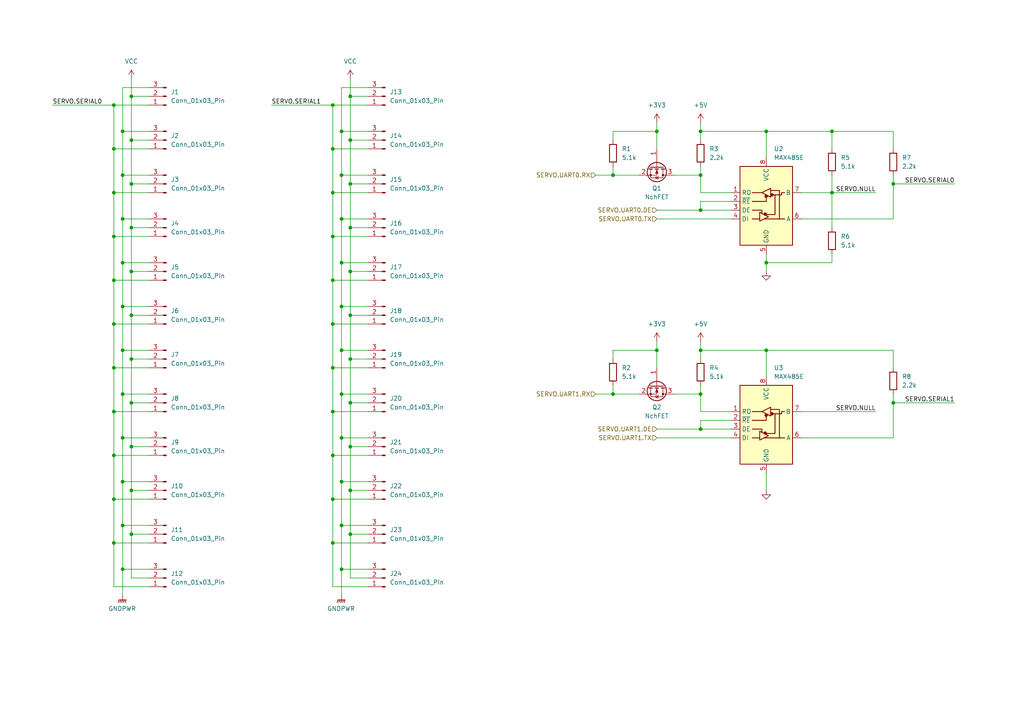
<source format=kicad_sch>
(kicad_sch
	(version 20231120)
	(generator "eeschema")
	(generator_version "8.0")
	(uuid "664f52b1-d967-49dc-bae0-b0d1ea088375")
	(paper "A4")
	(lib_symbols
		(symbol "Connector:Conn_01x03_Pin"
			(pin_names
				(offset 1.016) hide)
			(exclude_from_sim no)
			(in_bom yes)
			(on_board yes)
			(property "Reference" "J"
				(at 0 5.08 0)
				(effects
					(font
						(size 1.27 1.27)
					)
				)
			)
			(property "Value" "Conn_01x03_Pin"
				(at 0 -5.08 0)
				(effects
					(font
						(size 1.27 1.27)
					)
				)
			)
			(property "Footprint" ""
				(at 0 0 0)
				(effects
					(font
						(size 1.27 1.27)
					)
					(hide yes)
				)
			)
			(property "Datasheet" "~"
				(at 0 0 0)
				(effects
					(font
						(size 1.27 1.27)
					)
					(hide yes)
				)
			)
			(property "Description" "Generic connector, single row, 01x03, script generated"
				(at 0 0 0)
				(effects
					(font
						(size 1.27 1.27)
					)
					(hide yes)
				)
			)
			(property "ki_locked" ""
				(at 0 0 0)
				(effects
					(font
						(size 1.27 1.27)
					)
				)
			)
			(property "ki_keywords" "connector"
				(at 0 0 0)
				(effects
					(font
						(size 1.27 1.27)
					)
					(hide yes)
				)
			)
			(property "ki_fp_filters" "Connector*:*_1x??_*"
				(at 0 0 0)
				(effects
					(font
						(size 1.27 1.27)
					)
					(hide yes)
				)
			)
			(symbol "Conn_01x03_Pin_1_1"
				(polyline
					(pts
						(xy 1.27 -2.54) (xy 0.8636 -2.54)
					)
					(stroke
						(width 0.1524)
						(type default)
					)
					(fill
						(type none)
					)
				)
				(polyline
					(pts
						(xy 1.27 0) (xy 0.8636 0)
					)
					(stroke
						(width 0.1524)
						(type default)
					)
					(fill
						(type none)
					)
				)
				(polyline
					(pts
						(xy 1.27 2.54) (xy 0.8636 2.54)
					)
					(stroke
						(width 0.1524)
						(type default)
					)
					(fill
						(type none)
					)
				)
				(rectangle
					(start 0.8636 -2.413)
					(end 0 -2.667)
					(stroke
						(width 0.1524)
						(type default)
					)
					(fill
						(type outline)
					)
				)
				(rectangle
					(start 0.8636 0.127)
					(end 0 -0.127)
					(stroke
						(width 0.1524)
						(type default)
					)
					(fill
						(type outline)
					)
				)
				(rectangle
					(start 0.8636 2.667)
					(end 0 2.413)
					(stroke
						(width 0.1524)
						(type default)
					)
					(fill
						(type outline)
					)
				)
				(pin passive line
					(at 5.08 2.54 180)
					(length 3.81)
					(name "Pin_1"
						(effects
							(font
								(size 1.27 1.27)
							)
						)
					)
					(number "1"
						(effects
							(font
								(size 1.27 1.27)
							)
						)
					)
				)
				(pin passive line
					(at 5.08 0 180)
					(length 3.81)
					(name "Pin_2"
						(effects
							(font
								(size 1.27 1.27)
							)
						)
					)
					(number "2"
						(effects
							(font
								(size 1.27 1.27)
							)
						)
					)
				)
				(pin passive line
					(at 5.08 -2.54 180)
					(length 3.81)
					(name "Pin_3"
						(effects
							(font
								(size 1.27 1.27)
							)
						)
					)
					(number "3"
						(effects
							(font
								(size 1.27 1.27)
							)
						)
					)
				)
			)
		)
		(symbol "Device:R"
			(pin_numbers hide)
			(pin_names
				(offset 0)
			)
			(exclude_from_sim no)
			(in_bom yes)
			(on_board yes)
			(property "Reference" "R"
				(at 2.032 0 90)
				(effects
					(font
						(size 1.27 1.27)
					)
				)
			)
			(property "Value" "R"
				(at 0 0 90)
				(effects
					(font
						(size 1.27 1.27)
					)
				)
			)
			(property "Footprint" ""
				(at -1.778 0 90)
				(effects
					(font
						(size 1.27 1.27)
					)
					(hide yes)
				)
			)
			(property "Datasheet" "~"
				(at 0 0 0)
				(effects
					(font
						(size 1.27 1.27)
					)
					(hide yes)
				)
			)
			(property "Description" "Resistor"
				(at 0 0 0)
				(effects
					(font
						(size 1.27 1.27)
					)
					(hide yes)
				)
			)
			(property "ki_keywords" "R res resistor"
				(at 0 0 0)
				(effects
					(font
						(size 1.27 1.27)
					)
					(hide yes)
				)
			)
			(property "ki_fp_filters" "R_*"
				(at 0 0 0)
				(effects
					(font
						(size 1.27 1.27)
					)
					(hide yes)
				)
			)
			(symbol "R_0_1"
				(rectangle
					(start -1.016 -2.54)
					(end 1.016 2.54)
					(stroke
						(width 0.254)
						(type default)
					)
					(fill
						(type none)
					)
				)
			)
			(symbol "R_1_1"
				(pin passive line
					(at 0 3.81 270)
					(length 1.27)
					(name "~"
						(effects
							(font
								(size 1.27 1.27)
							)
						)
					)
					(number "1"
						(effects
							(font
								(size 1.27 1.27)
							)
						)
					)
				)
				(pin passive line
					(at 0 -3.81 90)
					(length 1.27)
					(name "~"
						(effects
							(font
								(size 1.27 1.27)
							)
						)
					)
					(number "2"
						(effects
							(font
								(size 1.27 1.27)
							)
						)
					)
				)
			)
		)
		(symbol "Interface_UART:MAX485E"
			(exclude_from_sim no)
			(in_bom yes)
			(on_board yes)
			(property "Reference" "U"
				(at -6.096 11.43 0)
				(effects
					(font
						(size 1.27 1.27)
					)
				)
			)
			(property "Value" "MAX485E"
				(at 0.762 11.43 0)
				(effects
					(font
						(size 1.27 1.27)
					)
					(justify left)
				)
			)
			(property "Footprint" ""
				(at 0 -17.78 0)
				(effects
					(font
						(size 1.27 1.27)
					)
					(hide yes)
				)
			)
			(property "Datasheet" "https://datasheets.maximintegrated.com/en/ds/MAX1487E-MAX491E.pdf"
				(at 0 1.27 0)
				(effects
					(font
						(size 1.27 1.27)
					)
					(hide yes)
				)
			)
			(property "Description" "Half duplex RS-485/RS-422, 2.5 Mbps, ±15kV electro-static discharge (ESD) protection, no slew-rate, no low-power shutdown, with receiver/driver enable, 32 receiver drive capability, DIP-8 and SOIC-8"
				(at 0 0 0)
				(effects
					(font
						(size 1.27 1.27)
					)
					(hide yes)
				)
			)
			(property "ki_keywords" "transceiver"
				(at 0 0 0)
				(effects
					(font
						(size 1.27 1.27)
					)
					(hide yes)
				)
			)
			(property "ki_fp_filters" "DIP*W7.62mm* SOIC*3.9x4.9mm*P1.27mm*"
				(at 0 0 0)
				(effects
					(font
						(size 1.27 1.27)
					)
					(hide yes)
				)
			)
			(symbol "MAX485E_0_1"
				(rectangle
					(start -7.62 10.16)
					(end 7.62 -12.7)
					(stroke
						(width 0.254)
						(type default)
					)
					(fill
						(type background)
					)
				)
				(circle
					(center -0.3048 -3.683)
					(radius 0.3556)
					(stroke
						(width 0.254)
						(type default)
					)
					(fill
						(type outline)
					)
				)
				(circle
					(center -0.0254 1.4986)
					(radius 0.3556)
					(stroke
						(width 0.254)
						(type default)
					)
					(fill
						(type outline)
					)
				)
				(polyline
					(pts
						(xy -4.064 -5.08) (xy -1.905 -5.08)
					)
					(stroke
						(width 0.254)
						(type default)
					)
					(fill
						(type none)
					)
				)
				(polyline
					(pts
						(xy -4.064 2.54) (xy -1.27 2.54)
					)
					(stroke
						(width 0.254)
						(type default)
					)
					(fill
						(type none)
					)
				)
				(polyline
					(pts
						(xy -1.27 -3.2004) (xy -1.27 -3.4544)
					)
					(stroke
						(width 0.254)
						(type default)
					)
					(fill
						(type none)
					)
				)
				(polyline
					(pts
						(xy -0.635 -5.08) (xy 5.334 -5.08)
					)
					(stroke
						(width 0.254)
						(type default)
					)
					(fill
						(type none)
					)
				)
				(polyline
					(pts
						(xy -4.064 -2.54) (xy -1.27 -2.54) (xy -1.27 -3.175)
					)
					(stroke
						(width 0.254)
						(type default)
					)
					(fill
						(type none)
					)
				)
				(polyline
					(pts
						(xy 0 1.27) (xy 0 0) (xy -4.064 0)
					)
					(stroke
						(width 0.254)
						(type default)
					)
					(fill
						(type none)
					)
				)
				(polyline
					(pts
						(xy 1.27 3.175) (xy 3.81 3.175) (xy 3.81 -5.08)
					)
					(stroke
						(width 0.254)
						(type default)
					)
					(fill
						(type none)
					)
				)
				(polyline
					(pts
						(xy 2.54 1.905) (xy 2.54 -3.81) (xy 0 -3.81)
					)
					(stroke
						(width 0.254)
						(type default)
					)
					(fill
						(type none)
					)
				)
				(polyline
					(pts
						(xy -1.905 -3.175) (xy -1.905 -5.715) (xy 0.635 -4.445) (xy -1.905 -3.175)
					)
					(stroke
						(width 0.254)
						(type default)
					)
					(fill
						(type none)
					)
				)
				(polyline
					(pts
						(xy -1.27 2.54) (xy 1.27 3.81) (xy 1.27 1.27) (xy -1.27 2.54)
					)
					(stroke
						(width 0.254)
						(type default)
					)
					(fill
						(type none)
					)
				)
				(polyline
					(pts
						(xy 1.905 1.905) (xy 4.445 1.905) (xy 4.445 2.54) (xy 5.334 2.54)
					)
					(stroke
						(width 0.254)
						(type default)
					)
					(fill
						(type none)
					)
				)
				(rectangle
					(start 1.27 3.175)
					(end 1.27 3.175)
					(stroke
						(width 0)
						(type default)
					)
					(fill
						(type none)
					)
				)
				(circle
					(center 1.651 1.905)
					(radius 0.3556)
					(stroke
						(width 0.254)
						(type default)
					)
					(fill
						(type outline)
					)
				)
			)
			(symbol "MAX485E_1_1"
				(pin output line
					(at -10.16 2.54 0)
					(length 2.54)
					(name "RO"
						(effects
							(font
								(size 1.27 1.27)
							)
						)
					)
					(number "1"
						(effects
							(font
								(size 1.27 1.27)
							)
						)
					)
				)
				(pin input line
					(at -10.16 0 0)
					(length 2.54)
					(name "~{RE}"
						(effects
							(font
								(size 1.27 1.27)
							)
						)
					)
					(number "2"
						(effects
							(font
								(size 1.27 1.27)
							)
						)
					)
				)
				(pin input line
					(at -10.16 -2.54 0)
					(length 2.54)
					(name "DE"
						(effects
							(font
								(size 1.27 1.27)
							)
						)
					)
					(number "3"
						(effects
							(font
								(size 1.27 1.27)
							)
						)
					)
				)
				(pin input line
					(at -10.16 -5.08 0)
					(length 2.54)
					(name "DI"
						(effects
							(font
								(size 1.27 1.27)
							)
						)
					)
					(number "4"
						(effects
							(font
								(size 1.27 1.27)
							)
						)
					)
				)
				(pin power_in line
					(at 0 -15.24 90)
					(length 2.54)
					(name "GND"
						(effects
							(font
								(size 1.27 1.27)
							)
						)
					)
					(number "5"
						(effects
							(font
								(size 1.27 1.27)
							)
						)
					)
				)
				(pin bidirectional line
					(at 10.16 -5.08 180)
					(length 2.54)
					(name "A"
						(effects
							(font
								(size 1.27 1.27)
							)
						)
					)
					(number "6"
						(effects
							(font
								(size 1.27 1.27)
							)
						)
					)
				)
				(pin bidirectional line
					(at 10.16 2.54 180)
					(length 2.54)
					(name "B"
						(effects
							(font
								(size 1.27 1.27)
							)
						)
					)
					(number "7"
						(effects
							(font
								(size 1.27 1.27)
							)
						)
					)
				)
				(pin power_in line
					(at 0 12.7 270)
					(length 2.54)
					(name "VCC"
						(effects
							(font
								(size 1.27 1.27)
							)
						)
					)
					(number "8"
						(effects
							(font
								(size 1.27 1.27)
							)
						)
					)
				)
			)
		)
		(symbol "Transistor_FET:BSS138"
			(pin_names hide)
			(exclude_from_sim no)
			(in_bom yes)
			(on_board yes)
			(property "Reference" "Q"
				(at 5.08 1.905 0)
				(effects
					(font
						(size 1.27 1.27)
					)
					(justify left)
				)
			)
			(property "Value" "BSS138"
				(at 5.08 0 0)
				(effects
					(font
						(size 1.27 1.27)
					)
					(justify left)
				)
			)
			(property "Footprint" "Package_TO_SOT_SMD:SOT-23"
				(at 5.08 -1.905 0)
				(effects
					(font
						(size 1.27 1.27)
						(italic yes)
					)
					(justify left)
					(hide yes)
				)
			)
			(property "Datasheet" "https://www.onsemi.com/pub/Collateral/BSS138-D.PDF"
				(at 0 0 0)
				(effects
					(font
						(size 1.27 1.27)
					)
					(justify left)
					(hide yes)
				)
			)
			(property "Description" "50V Vds, 0.22A Id, N-Channel MOSFET, SOT-23"
				(at 0 0 0)
				(effects
					(font
						(size 1.27 1.27)
					)
					(hide yes)
				)
			)
			(property "ki_keywords" "N-Channel MOSFET"
				(at 0 0 0)
				(effects
					(font
						(size 1.27 1.27)
					)
					(hide yes)
				)
			)
			(property "ki_fp_filters" "SOT?23*"
				(at 0 0 0)
				(effects
					(font
						(size 1.27 1.27)
					)
					(hide yes)
				)
			)
			(symbol "BSS138_0_1"
				(polyline
					(pts
						(xy 0.254 0) (xy -2.54 0)
					)
					(stroke
						(width 0)
						(type default)
					)
					(fill
						(type none)
					)
				)
				(polyline
					(pts
						(xy 0.254 1.905) (xy 0.254 -1.905)
					)
					(stroke
						(width 0.254)
						(type default)
					)
					(fill
						(type none)
					)
				)
				(polyline
					(pts
						(xy 0.762 -1.27) (xy 0.762 -2.286)
					)
					(stroke
						(width 0.254)
						(type default)
					)
					(fill
						(type none)
					)
				)
				(polyline
					(pts
						(xy 0.762 0.508) (xy 0.762 -0.508)
					)
					(stroke
						(width 0.254)
						(type default)
					)
					(fill
						(type none)
					)
				)
				(polyline
					(pts
						(xy 0.762 2.286) (xy 0.762 1.27)
					)
					(stroke
						(width 0.254)
						(type default)
					)
					(fill
						(type none)
					)
				)
				(polyline
					(pts
						(xy 2.54 2.54) (xy 2.54 1.778)
					)
					(stroke
						(width 0)
						(type default)
					)
					(fill
						(type none)
					)
				)
				(polyline
					(pts
						(xy 2.54 -2.54) (xy 2.54 0) (xy 0.762 0)
					)
					(stroke
						(width 0)
						(type default)
					)
					(fill
						(type none)
					)
				)
				(polyline
					(pts
						(xy 0.762 -1.778) (xy 3.302 -1.778) (xy 3.302 1.778) (xy 0.762 1.778)
					)
					(stroke
						(width 0)
						(type default)
					)
					(fill
						(type none)
					)
				)
				(polyline
					(pts
						(xy 1.016 0) (xy 2.032 0.381) (xy 2.032 -0.381) (xy 1.016 0)
					)
					(stroke
						(width 0)
						(type default)
					)
					(fill
						(type outline)
					)
				)
				(polyline
					(pts
						(xy 2.794 0.508) (xy 2.921 0.381) (xy 3.683 0.381) (xy 3.81 0.254)
					)
					(stroke
						(width 0)
						(type default)
					)
					(fill
						(type none)
					)
				)
				(polyline
					(pts
						(xy 3.302 0.381) (xy 2.921 -0.254) (xy 3.683 -0.254) (xy 3.302 0.381)
					)
					(stroke
						(width 0)
						(type default)
					)
					(fill
						(type none)
					)
				)
				(circle
					(center 1.651 0)
					(radius 2.794)
					(stroke
						(width 0.254)
						(type default)
					)
					(fill
						(type none)
					)
				)
				(circle
					(center 2.54 -1.778)
					(radius 0.254)
					(stroke
						(width 0)
						(type default)
					)
					(fill
						(type outline)
					)
				)
				(circle
					(center 2.54 1.778)
					(radius 0.254)
					(stroke
						(width 0)
						(type default)
					)
					(fill
						(type outline)
					)
				)
			)
			(symbol "BSS138_1_1"
				(pin input line
					(at -5.08 0 0)
					(length 2.54)
					(name "G"
						(effects
							(font
								(size 1.27 1.27)
							)
						)
					)
					(number "1"
						(effects
							(font
								(size 1.27 1.27)
							)
						)
					)
				)
				(pin passive line
					(at 2.54 -5.08 90)
					(length 2.54)
					(name "S"
						(effects
							(font
								(size 1.27 1.27)
							)
						)
					)
					(number "2"
						(effects
							(font
								(size 1.27 1.27)
							)
						)
					)
				)
				(pin passive line
					(at 2.54 5.08 270)
					(length 2.54)
					(name "D"
						(effects
							(font
								(size 1.27 1.27)
							)
						)
					)
					(number "3"
						(effects
							(font
								(size 1.27 1.27)
							)
						)
					)
				)
			)
		)
		(symbol "power:+3V3"
			(power)
			(pin_names
				(offset 0)
			)
			(exclude_from_sim no)
			(in_bom yes)
			(on_board yes)
			(property "Reference" "#PWR"
				(at 0 -3.81 0)
				(effects
					(font
						(size 1.27 1.27)
					)
					(hide yes)
				)
			)
			(property "Value" "+3V3"
				(at 0 3.556 0)
				(effects
					(font
						(size 1.27 1.27)
					)
				)
			)
			(property "Footprint" ""
				(at 0 0 0)
				(effects
					(font
						(size 1.27 1.27)
					)
					(hide yes)
				)
			)
			(property "Datasheet" ""
				(at 0 0 0)
				(effects
					(font
						(size 1.27 1.27)
					)
					(hide yes)
				)
			)
			(property "Description" "Power symbol creates a global label with name \"+3V3\""
				(at 0 0 0)
				(effects
					(font
						(size 1.27 1.27)
					)
					(hide yes)
				)
			)
			(property "ki_keywords" "global power"
				(at 0 0 0)
				(effects
					(font
						(size 1.27 1.27)
					)
					(hide yes)
				)
			)
			(symbol "+3V3_0_1"
				(polyline
					(pts
						(xy -0.762 1.27) (xy 0 2.54)
					)
					(stroke
						(width 0)
						(type default)
					)
					(fill
						(type none)
					)
				)
				(polyline
					(pts
						(xy 0 0) (xy 0 2.54)
					)
					(stroke
						(width 0)
						(type default)
					)
					(fill
						(type none)
					)
				)
				(polyline
					(pts
						(xy 0 2.54) (xy 0.762 1.27)
					)
					(stroke
						(width 0)
						(type default)
					)
					(fill
						(type none)
					)
				)
			)
			(symbol "+3V3_1_1"
				(pin power_in line
					(at 0 0 90)
					(length 0) hide
					(name "+3V3"
						(effects
							(font
								(size 1.27 1.27)
							)
						)
					)
					(number "1"
						(effects
							(font
								(size 1.27 1.27)
							)
						)
					)
				)
			)
		)
		(symbol "power:+5V"
			(power)
			(pin_names
				(offset 0)
			)
			(exclude_from_sim no)
			(in_bom yes)
			(on_board yes)
			(property "Reference" "#PWR"
				(at 0 -3.81 0)
				(effects
					(font
						(size 1.27 1.27)
					)
					(hide yes)
				)
			)
			(property "Value" "+5V"
				(at 0 3.556 0)
				(effects
					(font
						(size 1.27 1.27)
					)
				)
			)
			(property "Footprint" ""
				(at 0 0 0)
				(effects
					(font
						(size 1.27 1.27)
					)
					(hide yes)
				)
			)
			(property "Datasheet" ""
				(at 0 0 0)
				(effects
					(font
						(size 1.27 1.27)
					)
					(hide yes)
				)
			)
			(property "Description" "Power symbol creates a global label with name \"+5V\""
				(at 0 0 0)
				(effects
					(font
						(size 1.27 1.27)
					)
					(hide yes)
				)
			)
			(property "ki_keywords" "global power"
				(at 0 0 0)
				(effects
					(font
						(size 1.27 1.27)
					)
					(hide yes)
				)
			)
			(symbol "+5V_0_1"
				(polyline
					(pts
						(xy -0.762 1.27) (xy 0 2.54)
					)
					(stroke
						(width 0)
						(type default)
					)
					(fill
						(type none)
					)
				)
				(polyline
					(pts
						(xy 0 0) (xy 0 2.54)
					)
					(stroke
						(width 0)
						(type default)
					)
					(fill
						(type none)
					)
				)
				(polyline
					(pts
						(xy 0 2.54) (xy 0.762 1.27)
					)
					(stroke
						(width 0)
						(type default)
					)
					(fill
						(type none)
					)
				)
			)
			(symbol "+5V_1_1"
				(pin power_in line
					(at 0 0 90)
					(length 0) hide
					(name "+5V"
						(effects
							(font
								(size 1.27 1.27)
							)
						)
					)
					(number "1"
						(effects
							(font
								(size 1.27 1.27)
							)
						)
					)
				)
			)
		)
		(symbol "power:GND"
			(power)
			(pin_names
				(offset 0)
			)
			(exclude_from_sim no)
			(in_bom yes)
			(on_board yes)
			(property "Reference" "#PWR"
				(at 0 -6.35 0)
				(effects
					(font
						(size 1.27 1.27)
					)
					(hide yes)
				)
			)
			(property "Value" "GND"
				(at 0 -3.81 0)
				(effects
					(font
						(size 1.27 1.27)
					)
				)
			)
			(property "Footprint" ""
				(at 0 0 0)
				(effects
					(font
						(size 1.27 1.27)
					)
					(hide yes)
				)
			)
			(property "Datasheet" ""
				(at 0 0 0)
				(effects
					(font
						(size 1.27 1.27)
					)
					(hide yes)
				)
			)
			(property "Description" "Power symbol creates a global label with name \"GND\" , ground"
				(at 0 0 0)
				(effects
					(font
						(size 1.27 1.27)
					)
					(hide yes)
				)
			)
			(property "ki_keywords" "global power"
				(at 0 0 0)
				(effects
					(font
						(size 1.27 1.27)
					)
					(hide yes)
				)
			)
			(symbol "GND_0_1"
				(polyline
					(pts
						(xy 0 0) (xy 0 -1.27) (xy 1.27 -1.27) (xy 0 -2.54) (xy -1.27 -1.27) (xy 0 -1.27)
					)
					(stroke
						(width 0)
						(type default)
					)
					(fill
						(type none)
					)
				)
			)
			(symbol "GND_1_1"
				(pin power_in line
					(at 0 0 270)
					(length 0) hide
					(name "GND"
						(effects
							(font
								(size 1.27 1.27)
							)
						)
					)
					(number "1"
						(effects
							(font
								(size 1.27 1.27)
							)
						)
					)
				)
			)
		)
		(symbol "power:GNDPWR"
			(power)
			(pin_names
				(offset 0)
			)
			(exclude_from_sim no)
			(in_bom yes)
			(on_board yes)
			(property "Reference" "#PWR"
				(at 0 -5.08 0)
				(effects
					(font
						(size 1.27 1.27)
					)
					(hide yes)
				)
			)
			(property "Value" "GNDPWR"
				(at 0 -3.302 0)
				(effects
					(font
						(size 1.27 1.27)
					)
				)
			)
			(property "Footprint" ""
				(at 0 -1.27 0)
				(effects
					(font
						(size 1.27 1.27)
					)
					(hide yes)
				)
			)
			(property "Datasheet" ""
				(at 0 -1.27 0)
				(effects
					(font
						(size 1.27 1.27)
					)
					(hide yes)
				)
			)
			(property "Description" "Power symbol creates a global label with name \"GNDPWR\" , global ground"
				(at 0 0 0)
				(effects
					(font
						(size 1.27 1.27)
					)
					(hide yes)
				)
			)
			(property "ki_keywords" "global ground"
				(at 0 0 0)
				(effects
					(font
						(size 1.27 1.27)
					)
					(hide yes)
				)
			)
			(symbol "GNDPWR_0_1"
				(polyline
					(pts
						(xy 0 -1.27) (xy 0 0)
					)
					(stroke
						(width 0)
						(type default)
					)
					(fill
						(type none)
					)
				)
				(polyline
					(pts
						(xy -1.016 -1.27) (xy -1.27 -2.032) (xy -1.27 -2.032)
					)
					(stroke
						(width 0.2032)
						(type default)
					)
					(fill
						(type none)
					)
				)
				(polyline
					(pts
						(xy -0.508 -1.27) (xy -0.762 -2.032) (xy -0.762 -2.032)
					)
					(stroke
						(width 0.2032)
						(type default)
					)
					(fill
						(type none)
					)
				)
				(polyline
					(pts
						(xy 0 -1.27) (xy -0.254 -2.032) (xy -0.254 -2.032)
					)
					(stroke
						(width 0.2032)
						(type default)
					)
					(fill
						(type none)
					)
				)
				(polyline
					(pts
						(xy 0.508 -1.27) (xy 0.254 -2.032) (xy 0.254 -2.032)
					)
					(stroke
						(width 0.2032)
						(type default)
					)
					(fill
						(type none)
					)
				)
				(polyline
					(pts
						(xy 1.016 -1.27) (xy -1.016 -1.27) (xy -1.016 -1.27)
					)
					(stroke
						(width 0.2032)
						(type default)
					)
					(fill
						(type none)
					)
				)
				(polyline
					(pts
						(xy 1.016 -1.27) (xy 0.762 -2.032) (xy 0.762 -2.032) (xy 0.762 -2.032)
					)
					(stroke
						(width 0.2032)
						(type default)
					)
					(fill
						(type none)
					)
				)
			)
			(symbol "GNDPWR_1_1"
				(pin power_in line
					(at 0 0 270)
					(length 0) hide
					(name "GNDPWR"
						(effects
							(font
								(size 1.27 1.27)
							)
						)
					)
					(number "1"
						(effects
							(font
								(size 1.27 1.27)
							)
						)
					)
				)
			)
		)
		(symbol "power:VCC"
			(power)
			(pin_names
				(offset 0)
			)
			(exclude_from_sim no)
			(in_bom yes)
			(on_board yes)
			(property "Reference" "#PWR"
				(at 0 -3.81 0)
				(effects
					(font
						(size 1.27 1.27)
					)
					(hide yes)
				)
			)
			(property "Value" "VCC"
				(at 0 3.81 0)
				(effects
					(font
						(size 1.27 1.27)
					)
				)
			)
			(property "Footprint" ""
				(at 0 0 0)
				(effects
					(font
						(size 1.27 1.27)
					)
					(hide yes)
				)
			)
			(property "Datasheet" ""
				(at 0 0 0)
				(effects
					(font
						(size 1.27 1.27)
					)
					(hide yes)
				)
			)
			(property "Description" "Power symbol creates a global label with name \"VCC\""
				(at 0 0 0)
				(effects
					(font
						(size 1.27 1.27)
					)
					(hide yes)
				)
			)
			(property "ki_keywords" "global power"
				(at 0 0 0)
				(effects
					(font
						(size 1.27 1.27)
					)
					(hide yes)
				)
			)
			(symbol "VCC_0_1"
				(polyline
					(pts
						(xy -0.762 1.27) (xy 0 2.54)
					)
					(stroke
						(width 0)
						(type default)
					)
					(fill
						(type none)
					)
				)
				(polyline
					(pts
						(xy 0 0) (xy 0 2.54)
					)
					(stroke
						(width 0)
						(type default)
					)
					(fill
						(type none)
					)
				)
				(polyline
					(pts
						(xy 0 2.54) (xy 0.762 1.27)
					)
					(stroke
						(width 0)
						(type default)
					)
					(fill
						(type none)
					)
				)
			)
			(symbol "VCC_1_1"
				(pin power_in line
					(at 0 0 90)
					(length 0) hide
					(name "VCC"
						(effects
							(font
								(size 1.27 1.27)
							)
						)
					)
					(number "1"
						(effects
							(font
								(size 1.27 1.27)
							)
						)
					)
				)
			)
		)
	)
	(junction
		(at 99.06 127)
		(diameter 0)
		(color 0 0 0 0)
		(uuid "007d6978-91cc-486f-b081-e03d10e0dd39")
	)
	(junction
		(at 35.56 165.1)
		(diameter 0)
		(color 0 0 0 0)
		(uuid "056214ab-2a16-4a1f-9e16-712c65b8c610")
	)
	(junction
		(at 99.06 139.7)
		(diameter 0)
		(color 0 0 0 0)
		(uuid "080eb821-764e-4670-8fba-163cdfac2c5c")
	)
	(junction
		(at 96.52 144.78)
		(diameter 0)
		(color 0 0 0 0)
		(uuid "092feff3-1d44-42f1-b8ff-004c31cbf482")
	)
	(junction
		(at 96.52 68.58)
		(diameter 0)
		(color 0 0 0 0)
		(uuid "09324315-d0e1-48ea-98ad-7996952f11ca")
	)
	(junction
		(at 101.6 40.64)
		(diameter 0)
		(color 0 0 0 0)
		(uuid "09564935-804f-46ac-91e0-e473c92a5854")
	)
	(junction
		(at 259.08 116.84)
		(diameter 0)
		(color 0 0 0 0)
		(uuid "0dbf04aa-5391-4c36-b26c-b3204dd3a148")
	)
	(junction
		(at 99.06 38.1)
		(diameter 0)
		(color 0 0 0 0)
		(uuid "10153f15-1d5e-4987-a462-a6d80030dbd1")
	)
	(junction
		(at 38.1 116.84)
		(diameter 0)
		(color 0 0 0 0)
		(uuid "1352092c-f42d-4034-ae5a-357e6f92e1dd")
	)
	(junction
		(at 38.1 66.04)
		(diameter 0)
		(color 0 0 0 0)
		(uuid "144a95f8-42f4-4898-8eae-b13c6851e768")
	)
	(junction
		(at 241.3 38.1)
		(diameter 0)
		(color 0 0 0 0)
		(uuid "158ffe1b-d68e-46f5-99c6-f79cdb61e9f8")
	)
	(junction
		(at 96.52 106.68)
		(diameter 0)
		(color 0 0 0 0)
		(uuid "1a15baae-47be-422a-a984-c7160dba3254")
	)
	(junction
		(at 203.2 101.6)
		(diameter 0)
		(color 0 0 0 0)
		(uuid "1ec2bf9f-ac44-4d7b-8db0-c2883c7fe5fb")
	)
	(junction
		(at 101.6 142.24)
		(diameter 0)
		(color 0 0 0 0)
		(uuid "217a91c5-c78f-4dbb-a44a-c581145b9d3a")
	)
	(junction
		(at 101.6 154.94)
		(diameter 0)
		(color 0 0 0 0)
		(uuid "243140d5-4934-48af-bff2-af9283b07055")
	)
	(junction
		(at 38.1 142.24)
		(diameter 0)
		(color 0 0 0 0)
		(uuid "27858f47-64d9-4b48-9497-46e87d143d6b")
	)
	(junction
		(at 38.1 91.44)
		(diameter 0)
		(color 0 0 0 0)
		(uuid "2d796e88-e3b9-4118-b547-89412e96d7fd")
	)
	(junction
		(at 203.2 50.8)
		(diameter 0)
		(color 0 0 0 0)
		(uuid "352086bb-284f-4a5e-a24d-1266a9cedfd1")
	)
	(junction
		(at 99.06 114.3)
		(diameter 0)
		(color 0 0 0 0)
		(uuid "372c65c6-2594-4c1f-893d-83deb6fa8245")
	)
	(junction
		(at 96.52 119.38)
		(diameter 0)
		(color 0 0 0 0)
		(uuid "39add48e-5e7b-4189-a9e4-8cbbf4fbed62")
	)
	(junction
		(at 38.1 104.14)
		(diameter 0)
		(color 0 0 0 0)
		(uuid "3bfb1080-c836-4f85-b698-b812aef5335e")
	)
	(junction
		(at 222.25 38.1)
		(diameter 0)
		(color 0 0 0 0)
		(uuid "3c5d0fb6-b219-43c2-a822-cd3da1989967")
	)
	(junction
		(at 35.56 88.9)
		(diameter 0)
		(color 0 0 0 0)
		(uuid "3eebd6cf-2834-43be-9d77-3d00dc90d97f")
	)
	(junction
		(at 99.06 50.8)
		(diameter 0)
		(color 0 0 0 0)
		(uuid "41ccc554-130b-406a-b7db-9481fc486911")
	)
	(junction
		(at 35.56 152.4)
		(diameter 0)
		(color 0 0 0 0)
		(uuid "429cd793-1b4b-463c-94ec-751fad7d8166")
	)
	(junction
		(at 33.02 106.68)
		(diameter 0)
		(color 0 0 0 0)
		(uuid "4636d537-cb54-4a90-a481-54adf5816e02")
	)
	(junction
		(at 33.02 132.08)
		(diameter 0)
		(color 0 0 0 0)
		(uuid "4799ac83-b9eb-4931-8b15-9227c0403700")
	)
	(junction
		(at 241.3 55.88)
		(diameter 0)
		(color 0 0 0 0)
		(uuid "48911848-9e23-4468-b8e9-b47c8af0331f")
	)
	(junction
		(at 99.06 63.5)
		(diameter 0)
		(color 0 0 0 0)
		(uuid "4bc3a57f-026f-48db-a9c3-6d2ca55d7575")
	)
	(junction
		(at 203.2 114.3)
		(diameter 0)
		(color 0 0 0 0)
		(uuid "4de68e04-9741-4d92-93ee-cd0cdab23d7c")
	)
	(junction
		(at 99.06 76.2)
		(diameter 0)
		(color 0 0 0 0)
		(uuid "53dd2796-2adb-49a2-b43a-50c07a17552e")
	)
	(junction
		(at 101.6 27.94)
		(diameter 0)
		(color 0 0 0 0)
		(uuid "593aa3da-4cdb-47ee-a077-c0c1df0e16ad")
	)
	(junction
		(at 33.02 81.28)
		(diameter 0)
		(color 0 0 0 0)
		(uuid "5b960b8e-fc48-4b9a-9cbc-1aedb96f18cf")
	)
	(junction
		(at 35.56 127)
		(diameter 0)
		(color 0 0 0 0)
		(uuid "5ed5b86d-6e74-4242-8d7e-d30cddfef81b")
	)
	(junction
		(at 96.52 157.48)
		(diameter 0)
		(color 0 0 0 0)
		(uuid "626294e3-e420-4560-af3e-58df80adb4b5")
	)
	(junction
		(at 101.6 78.74)
		(diameter 0)
		(color 0 0 0 0)
		(uuid "6372ec9a-6ecc-42b7-82b6-cdc747df8dd1")
	)
	(junction
		(at 222.25 76.2)
		(diameter 0)
		(color 0 0 0 0)
		(uuid "67519e9d-1aaf-45a8-b097-065df32934ea")
	)
	(junction
		(at 33.02 119.38)
		(diameter 0)
		(color 0 0 0 0)
		(uuid "679ce36b-d27e-4043-ae1e-802ff125a0cf")
	)
	(junction
		(at 35.56 101.6)
		(diameter 0)
		(color 0 0 0 0)
		(uuid "696c2974-105e-45a4-b7b3-de1c7e335811")
	)
	(junction
		(at 99.06 88.9)
		(diameter 0)
		(color 0 0 0 0)
		(uuid "6bc0ac43-943e-4c40-951c-bb4aaa33163f")
	)
	(junction
		(at 38.1 27.94)
		(diameter 0)
		(color 0 0 0 0)
		(uuid "70a60c71-f4a6-4efe-a899-1bb29f7ff508")
	)
	(junction
		(at 38.1 129.54)
		(diameter 0)
		(color 0 0 0 0)
		(uuid "723e1450-7d1b-4717-98d2-ab10b77bc9d4")
	)
	(junction
		(at 96.52 81.28)
		(diameter 0)
		(color 0 0 0 0)
		(uuid "8127f20f-ff70-4dfa-af31-4c379b0ee1a5")
	)
	(junction
		(at 35.56 63.5)
		(diameter 0)
		(color 0 0 0 0)
		(uuid "86b50538-fcaf-4d5e-9bc5-5b5f59d66ea9")
	)
	(junction
		(at 38.1 154.94)
		(diameter 0)
		(color 0 0 0 0)
		(uuid "88ebb5ec-9f92-41be-a255-b1777e7391af")
	)
	(junction
		(at 96.52 55.88)
		(diameter 0)
		(color 0 0 0 0)
		(uuid "8d0d5f91-8540-450c-ae2e-9239d74572f7")
	)
	(junction
		(at 35.56 76.2)
		(diameter 0)
		(color 0 0 0 0)
		(uuid "8e0482fb-2948-489b-829e-15a3fc698995")
	)
	(junction
		(at 96.52 30.48)
		(diameter 0)
		(color 0 0 0 0)
		(uuid "8f121b76-1b5c-41d9-b61d-6fcb0cbd815e")
	)
	(junction
		(at 38.1 53.34)
		(diameter 0)
		(color 0 0 0 0)
		(uuid "8f439b1d-3c0a-4c2d-a0ac-fcda5f6cc08b")
	)
	(junction
		(at 177.8 114.3)
		(diameter 0)
		(color 0 0 0 0)
		(uuid "8fc0c288-1e4e-4fdc-8fe6-5596364699fd")
	)
	(junction
		(at 33.02 30.48)
		(diameter 0)
		(color 0 0 0 0)
		(uuid "8fd7e985-6c7e-4d20-8d86-98de90adee24")
	)
	(junction
		(at 38.1 78.74)
		(diameter 0)
		(color 0 0 0 0)
		(uuid "90578b55-9680-4a8f-be3a-fe143d74fb30")
	)
	(junction
		(at 101.6 91.44)
		(diameter 0)
		(color 0 0 0 0)
		(uuid "913f68a5-8843-42c7-92a2-393bc3a0e059")
	)
	(junction
		(at 101.6 53.34)
		(diameter 0)
		(color 0 0 0 0)
		(uuid "97f1ede4-3d9c-436d-af10-8443ae09d1c9")
	)
	(junction
		(at 99.06 152.4)
		(diameter 0)
		(color 0 0 0 0)
		(uuid "983af49e-693e-46e1-9ff7-c5d1640a9b2e")
	)
	(junction
		(at 33.02 144.78)
		(diameter 0)
		(color 0 0 0 0)
		(uuid "9852037b-6f13-4b64-bfa2-3632c8ed2457")
	)
	(junction
		(at 33.02 157.48)
		(diameter 0)
		(color 0 0 0 0)
		(uuid "9ad1ed88-3f31-4831-860a-c2318ae7d80d")
	)
	(junction
		(at 96.52 132.08)
		(diameter 0)
		(color 0 0 0 0)
		(uuid "9c461569-24de-47b5-9ada-f9659975c348")
	)
	(junction
		(at 35.56 38.1)
		(diameter 0)
		(color 0 0 0 0)
		(uuid "9e1ecdab-6e0e-4b8f-8676-1d542194a68f")
	)
	(junction
		(at 33.02 43.18)
		(diameter 0)
		(color 0 0 0 0)
		(uuid "9fdc7f72-dab1-40c9-8aca-a83b569a5655")
	)
	(junction
		(at 99.06 165.1)
		(diameter 0)
		(color 0 0 0 0)
		(uuid "aa15e96d-5936-4ac9-bb3f-699c395f90fc")
	)
	(junction
		(at 33.02 93.98)
		(diameter 0)
		(color 0 0 0 0)
		(uuid "aaa5985f-ec8a-4373-82c1-f02adfa4814c")
	)
	(junction
		(at 35.56 50.8)
		(diameter 0)
		(color 0 0 0 0)
		(uuid "b97ff644-8b4b-4d5c-af6f-b6f549981bad")
	)
	(junction
		(at 259.08 53.34)
		(diameter 0)
		(color 0 0 0 0)
		(uuid "bb2e55bf-e3f0-4227-9fb1-522155ad948d")
	)
	(junction
		(at 190.5 101.6)
		(diameter 0)
		(color 0 0 0 0)
		(uuid "cb594bd4-9103-4a58-9ace-8f02523bdffd")
	)
	(junction
		(at 203.2 60.96)
		(diameter 0)
		(color 0 0 0 0)
		(uuid "cc01be1a-c3ca-410c-98f2-aeaad33f269b")
	)
	(junction
		(at 99.06 101.6)
		(diameter 0)
		(color 0 0 0 0)
		(uuid "cea5e0c7-b281-405a-883d-c251254352f5")
	)
	(junction
		(at 35.56 114.3)
		(diameter 0)
		(color 0 0 0 0)
		(uuid "cf5ff329-b94c-45de-b1bd-01765e5a51f9")
	)
	(junction
		(at 33.02 55.88)
		(diameter 0)
		(color 0 0 0 0)
		(uuid "d0ccfc36-a424-4c12-859d-b559c5a0d320")
	)
	(junction
		(at 96.52 93.98)
		(diameter 0)
		(color 0 0 0 0)
		(uuid "d12bb5c5-0fee-43a9-ae90-562746a4d382")
	)
	(junction
		(at 101.6 104.14)
		(diameter 0)
		(color 0 0 0 0)
		(uuid "d314e831-f8cc-4a1f-a5a4-cbab6b4fe21e")
	)
	(junction
		(at 101.6 66.04)
		(diameter 0)
		(color 0 0 0 0)
		(uuid "dbfd9347-edc1-4cf5-a972-0cd713f17656")
	)
	(junction
		(at 33.02 68.58)
		(diameter 0)
		(color 0 0 0 0)
		(uuid "dd1c10e6-87e1-467e-8505-9e2d8b917a79")
	)
	(junction
		(at 190.5 38.1)
		(diameter 0)
		(color 0 0 0 0)
		(uuid "dfebadf4-001f-4abe-a732-58a92eca636c")
	)
	(junction
		(at 101.6 116.84)
		(diameter 0)
		(color 0 0 0 0)
		(uuid "e057e4d0-0c9e-4ea6-9b0d-9e967830b25e")
	)
	(junction
		(at 101.6 129.54)
		(diameter 0)
		(color 0 0 0 0)
		(uuid "e629f1cc-ece7-43bf-8bd6-58fa4bb8a463")
	)
	(junction
		(at 35.56 139.7)
		(diameter 0)
		(color 0 0 0 0)
		(uuid "e8cce8c6-8730-45cc-b64f-b9604bb0261e")
	)
	(junction
		(at 96.52 43.18)
		(diameter 0)
		(color 0 0 0 0)
		(uuid "eee7f58c-9bef-4232-a030-c6c73bcc6d6a")
	)
	(junction
		(at 177.8 50.8)
		(diameter 0)
		(color 0 0 0 0)
		(uuid "f406289e-9729-4fca-b112-8e35e910ea19")
	)
	(junction
		(at 222.25 101.6)
		(diameter 0)
		(color 0 0 0 0)
		(uuid "f535bd46-728d-4594-ace1-f2d0ba731a9e")
	)
	(junction
		(at 38.1 40.64)
		(diameter 0)
		(color 0 0 0 0)
		(uuid "f5ffc859-769b-40ef-9a79-709f1175051b")
	)
	(junction
		(at 203.2 38.1)
		(diameter 0)
		(color 0 0 0 0)
		(uuid "faa3306b-cb40-4b05-bd82-d1f5fb1992ee")
	)
	(junction
		(at 203.2 124.46)
		(diameter 0)
		(color 0 0 0 0)
		(uuid "ff76932b-899a-455b-b81a-71e288bb9632")
	)
	(wire
		(pts
			(xy 101.6 154.94) (xy 101.6 167.64)
		)
		(stroke
			(width 0)
			(type default)
		)
		(uuid "016047a8-dccb-4e6a-9b90-f79ed3530c8c")
	)
	(wire
		(pts
			(xy 203.2 111.76) (xy 203.2 114.3)
		)
		(stroke
			(width 0)
			(type default)
		)
		(uuid "0562fd21-0e00-4aaf-a628-25ae5c2e6abf")
	)
	(wire
		(pts
			(xy 99.06 165.1) (xy 99.06 172.72)
		)
		(stroke
			(width 0)
			(type default)
		)
		(uuid "08b79539-c66f-4143-93fd-9682e6f4f576")
	)
	(wire
		(pts
			(xy 101.6 66.04) (xy 101.6 78.74)
		)
		(stroke
			(width 0)
			(type default)
		)
		(uuid "0b33f01f-cf5f-4732-8cce-1fdbd31f2fac")
	)
	(wire
		(pts
			(xy 96.52 144.78) (xy 96.52 157.48)
		)
		(stroke
			(width 0)
			(type default)
		)
		(uuid "0c4a222a-54ca-4bba-a882-ca6b56cc1031")
	)
	(wire
		(pts
			(xy 101.6 129.54) (xy 101.6 142.24)
		)
		(stroke
			(width 0)
			(type default)
		)
		(uuid "0c9b3d12-99cb-453e-bcd3-d4264b65e2da")
	)
	(wire
		(pts
			(xy 190.5 60.96) (xy 203.2 60.96)
		)
		(stroke
			(width 0)
			(type default)
		)
		(uuid "103524ba-5132-4e06-877d-0ec04cded8ea")
	)
	(wire
		(pts
			(xy 101.6 22.86) (xy 101.6 27.94)
		)
		(stroke
			(width 0)
			(type default)
		)
		(uuid "10cf32c7-620e-46e3-b1d3-7bba6eda720a")
	)
	(wire
		(pts
			(xy 96.52 119.38) (xy 106.68 119.38)
		)
		(stroke
			(width 0)
			(type default)
		)
		(uuid "1155d199-9718-4886-b4f0-7c4af0071cb5")
	)
	(wire
		(pts
			(xy 106.68 116.84) (xy 101.6 116.84)
		)
		(stroke
			(width 0)
			(type default)
		)
		(uuid "11cc549c-5e00-4709-b835-b96cb41edcfd")
	)
	(wire
		(pts
			(xy 33.02 144.78) (xy 33.02 157.48)
		)
		(stroke
			(width 0)
			(type default)
		)
		(uuid "11d55812-67de-4a01-af80-bc4cfdef1562")
	)
	(wire
		(pts
			(xy 101.6 53.34) (xy 101.6 66.04)
		)
		(stroke
			(width 0)
			(type default)
		)
		(uuid "192e77c8-dc29-46e9-a151-63159b959e06")
	)
	(wire
		(pts
			(xy 106.68 101.6) (xy 99.06 101.6)
		)
		(stroke
			(width 0)
			(type default)
		)
		(uuid "196754e4-3d6c-4614-9010-4b69b1a909f0")
	)
	(wire
		(pts
			(xy 203.2 50.8) (xy 203.2 55.88)
		)
		(stroke
			(width 0)
			(type default)
		)
		(uuid "1adfed8b-ccdc-4845-a722-2f07e8cebf47")
	)
	(wire
		(pts
			(xy 203.2 101.6) (xy 203.2 104.14)
		)
		(stroke
			(width 0)
			(type default)
		)
		(uuid "1af64af8-6f6a-4fdf-956b-03f9f4dd8123")
	)
	(wire
		(pts
			(xy 38.1 142.24) (xy 38.1 154.94)
		)
		(stroke
			(width 0)
			(type default)
		)
		(uuid "1b7b245e-3e66-4472-99ec-d52615e257a5")
	)
	(wire
		(pts
			(xy 177.8 111.76) (xy 177.8 114.3)
		)
		(stroke
			(width 0)
			(type default)
		)
		(uuid "1bd51b6d-e983-46c3-acba-26d275f75304")
	)
	(wire
		(pts
			(xy 43.18 116.84) (xy 38.1 116.84)
		)
		(stroke
			(width 0)
			(type default)
		)
		(uuid "1e26044b-691b-4874-a73a-8a79cdadd97d")
	)
	(wire
		(pts
			(xy 96.52 132.08) (xy 106.68 132.08)
		)
		(stroke
			(width 0)
			(type default)
		)
		(uuid "2521145e-9da5-4d7a-9e7c-d5016371b1a4")
	)
	(wire
		(pts
			(xy 43.18 76.2) (xy 35.56 76.2)
		)
		(stroke
			(width 0)
			(type default)
		)
		(uuid "25a1c1bf-b118-43aa-80a2-656c539dae7c")
	)
	(wire
		(pts
			(xy 172.72 50.8) (xy 177.8 50.8)
		)
		(stroke
			(width 0)
			(type default)
		)
		(uuid "260ba26d-3ee8-4ac6-b7bd-55d81911a9e6")
	)
	(wire
		(pts
			(xy 190.5 63.5) (xy 212.09 63.5)
		)
		(stroke
			(width 0)
			(type default)
		)
		(uuid "27494b6f-459e-4ea1-8682-cf0ced57b498")
	)
	(wire
		(pts
			(xy 203.2 121.92) (xy 212.09 121.92)
		)
		(stroke
			(width 0)
			(type default)
		)
		(uuid "2a50dfbc-5640-4040-b1ae-029c133ea3f0")
	)
	(wire
		(pts
			(xy 222.25 76.2) (xy 222.25 73.66)
		)
		(stroke
			(width 0)
			(type default)
		)
		(uuid "2b216448-1e3d-478a-8dcf-872819a7140b")
	)
	(wire
		(pts
			(xy 259.08 127) (xy 259.08 116.84)
		)
		(stroke
			(width 0)
			(type default)
		)
		(uuid "2b487a80-8b3f-4f42-8afd-6b1789b7f497")
	)
	(wire
		(pts
			(xy 99.06 152.4) (xy 99.06 165.1)
		)
		(stroke
			(width 0)
			(type default)
		)
		(uuid "2ba6a3ec-913e-4ba6-9493-49f106fb4ed4")
	)
	(wire
		(pts
			(xy 203.2 60.96) (xy 203.2 58.42)
		)
		(stroke
			(width 0)
			(type default)
		)
		(uuid "2c813140-404f-4fac-9f7f-cbdaa3140ebe")
	)
	(wire
		(pts
			(xy 190.5 127) (xy 212.09 127)
		)
		(stroke
			(width 0)
			(type default)
		)
		(uuid "2d7db1c9-ad6c-4fba-9148-590a3419cebe")
	)
	(wire
		(pts
			(xy 96.52 170.18) (xy 106.68 170.18)
		)
		(stroke
			(width 0)
			(type default)
		)
		(uuid "31175f98-7643-44df-87d5-0c7a369cdb2c")
	)
	(wire
		(pts
			(xy 203.2 58.42) (xy 212.09 58.42)
		)
		(stroke
			(width 0)
			(type default)
		)
		(uuid "34d4e1e3-7135-45f2-bf53-fd89de82ef33")
	)
	(wire
		(pts
			(xy 38.1 104.14) (xy 38.1 116.84)
		)
		(stroke
			(width 0)
			(type default)
		)
		(uuid "3806e48c-f82c-4691-8c8d-a0535263dd1c")
	)
	(wire
		(pts
			(xy 190.5 101.6) (xy 190.5 106.68)
		)
		(stroke
			(width 0)
			(type default)
		)
		(uuid "39d2fa95-61b0-43f3-8eea-d3655404d8e6")
	)
	(wire
		(pts
			(xy 106.68 63.5) (xy 99.06 63.5)
		)
		(stroke
			(width 0)
			(type default)
		)
		(uuid "3be85d56-3cea-4033-8a39-6cebfc296488")
	)
	(wire
		(pts
			(xy 232.41 63.5) (xy 259.08 63.5)
		)
		(stroke
			(width 0)
			(type default)
		)
		(uuid "3bede429-056a-46f5-9bc9-c843e30b3ce7")
	)
	(wire
		(pts
			(xy 96.52 81.28) (xy 106.68 81.28)
		)
		(stroke
			(width 0)
			(type default)
		)
		(uuid "3bf703a1-a396-4e88-a657-6bdfb1d293e8")
	)
	(wire
		(pts
			(xy 203.2 101.6) (xy 222.25 101.6)
		)
		(stroke
			(width 0)
			(type default)
		)
		(uuid "3d19b7b2-1be5-4fa5-a456-cb7d63f9f60a")
	)
	(wire
		(pts
			(xy 35.56 25.4) (xy 35.56 38.1)
		)
		(stroke
			(width 0)
			(type default)
		)
		(uuid "3d31f1d7-1cd1-455c-aabf-813ba2d65588")
	)
	(wire
		(pts
			(xy 33.02 55.88) (xy 33.02 68.58)
		)
		(stroke
			(width 0)
			(type default)
		)
		(uuid "3f25574e-50ed-40d4-bc74-d184ea571194")
	)
	(wire
		(pts
			(xy 43.18 25.4) (xy 35.56 25.4)
		)
		(stroke
			(width 0)
			(type default)
		)
		(uuid "3f76b38a-b22e-437c-b9ef-82f82576d903")
	)
	(wire
		(pts
			(xy 43.18 63.5) (xy 35.56 63.5)
		)
		(stroke
			(width 0)
			(type default)
		)
		(uuid "41d6cb84-6745-44d2-bb0e-a03a7c812e43")
	)
	(wire
		(pts
			(xy 177.8 114.3) (xy 185.42 114.3)
		)
		(stroke
			(width 0)
			(type default)
		)
		(uuid "455802d6-abd1-49e1-a180-39f5015984ad")
	)
	(wire
		(pts
			(xy 33.02 81.28) (xy 33.02 93.98)
		)
		(stroke
			(width 0)
			(type default)
		)
		(uuid "4665238c-3a88-4699-8c78-bfb47c5d13b4")
	)
	(wire
		(pts
			(xy 43.18 114.3) (xy 35.56 114.3)
		)
		(stroke
			(width 0)
			(type default)
		)
		(uuid "47a70dbc-7265-4e2c-8012-30c1bd603be0")
	)
	(wire
		(pts
			(xy 101.6 116.84) (xy 101.6 129.54)
		)
		(stroke
			(width 0)
			(type default)
		)
		(uuid "48f30f43-d67e-434e-b5ab-f074221bd419")
	)
	(wire
		(pts
			(xy 190.5 38.1) (xy 190.5 43.18)
		)
		(stroke
			(width 0)
			(type default)
		)
		(uuid "49664570-85e6-4c81-9d4b-e438c0070db7")
	)
	(wire
		(pts
			(xy 96.52 68.58) (xy 106.68 68.58)
		)
		(stroke
			(width 0)
			(type default)
		)
		(uuid "49c6e72f-d5df-41dd-b579-51a6b878b8a8")
	)
	(wire
		(pts
			(xy 106.68 154.94) (xy 101.6 154.94)
		)
		(stroke
			(width 0)
			(type default)
		)
		(uuid "4abcd7aa-ffeb-48e2-99f1-7c4c5935efd6")
	)
	(wire
		(pts
			(xy 33.02 93.98) (xy 43.18 93.98)
		)
		(stroke
			(width 0)
			(type default)
		)
		(uuid "4bae3bdc-a427-46ab-9f5f-a89a471e4f40")
	)
	(wire
		(pts
			(xy 99.06 38.1) (xy 99.06 50.8)
		)
		(stroke
			(width 0)
			(type default)
		)
		(uuid "4caff015-b5c4-4189-84ae-93a89833327e")
	)
	(wire
		(pts
			(xy 38.1 116.84) (xy 38.1 129.54)
		)
		(stroke
			(width 0)
			(type default)
		)
		(uuid "4d193bf4-55e3-4e48-bf33-79dabbf45694")
	)
	(wire
		(pts
			(xy 172.72 114.3) (xy 177.8 114.3)
		)
		(stroke
			(width 0)
			(type default)
		)
		(uuid "509b01c0-e473-4330-8a82-1e26768bb5da")
	)
	(wire
		(pts
			(xy 99.06 88.9) (xy 99.06 101.6)
		)
		(stroke
			(width 0)
			(type default)
		)
		(uuid "50fb3201-9bbb-47ff-ac5d-470126592b02")
	)
	(wire
		(pts
			(xy 43.18 66.04) (xy 38.1 66.04)
		)
		(stroke
			(width 0)
			(type default)
		)
		(uuid "545a5217-6848-4981-a7a6-d1613383bdf9")
	)
	(wire
		(pts
			(xy 35.56 50.8) (xy 35.56 63.5)
		)
		(stroke
			(width 0)
			(type default)
		)
		(uuid "55f61b8e-9c87-46d4-86de-05acf147ca66")
	)
	(wire
		(pts
			(xy 38.1 129.54) (xy 38.1 142.24)
		)
		(stroke
			(width 0)
			(type default)
		)
		(uuid "566d29ea-7795-4370-83e2-09e8c8c95f45")
	)
	(wire
		(pts
			(xy 190.5 124.46) (xy 203.2 124.46)
		)
		(stroke
			(width 0)
			(type default)
		)
		(uuid "575991db-5973-4328-a82a-13f2e7e0c7e9")
	)
	(wire
		(pts
			(xy 33.02 30.48) (xy 43.18 30.48)
		)
		(stroke
			(width 0)
			(type default)
		)
		(uuid "57fc8f49-9ab4-497f-8d99-3f264f41378d")
	)
	(wire
		(pts
			(xy 96.52 144.78) (xy 106.68 144.78)
		)
		(stroke
			(width 0)
			(type default)
		)
		(uuid "58b204ab-7532-4d9e-a67b-a480475b95f1")
	)
	(wire
		(pts
			(xy 38.1 53.34) (xy 38.1 66.04)
		)
		(stroke
			(width 0)
			(type default)
		)
		(uuid "58f1cc5d-4c41-4b4c-a7d9-a0e92829b541")
	)
	(wire
		(pts
			(xy 259.08 53.34) (xy 276.86 53.34)
		)
		(stroke
			(width 0)
			(type default)
		)
		(uuid "597fb59f-f15c-4310-a85b-a8a85b0eb12c")
	)
	(wire
		(pts
			(xy 78.74 30.48) (xy 96.52 30.48)
		)
		(stroke
			(width 0)
			(type default)
		)
		(uuid "5a9a2562-62dd-41ec-b4a9-478bbdfba9a4")
	)
	(wire
		(pts
			(xy 106.68 53.34) (xy 101.6 53.34)
		)
		(stroke
			(width 0)
			(type default)
		)
		(uuid "5b989249-b252-40cf-ad78-9c0078a655c5")
	)
	(wire
		(pts
			(xy 43.18 154.94) (xy 38.1 154.94)
		)
		(stroke
			(width 0)
			(type default)
		)
		(uuid "5ba9e7a3-686e-4ada-85f7-2ac16a43c825")
	)
	(wire
		(pts
			(xy 99.06 139.7) (xy 99.06 152.4)
		)
		(stroke
			(width 0)
			(type default)
		)
		(uuid "5db306e5-045e-4bf8-b2f8-7ef0407c76d8")
	)
	(wire
		(pts
			(xy 99.06 25.4) (xy 99.06 38.1)
		)
		(stroke
			(width 0)
			(type default)
		)
		(uuid "5dee7efb-c4ea-4b8d-8dba-35aa482ef1fc")
	)
	(wire
		(pts
			(xy 222.25 101.6) (xy 222.25 109.22)
		)
		(stroke
			(width 0)
			(type default)
		)
		(uuid "62459566-df99-42ed-bb7c-dffd4b6e25fc")
	)
	(wire
		(pts
			(xy 43.18 104.14) (xy 38.1 104.14)
		)
		(stroke
			(width 0)
			(type default)
		)
		(uuid "62945246-ce02-4c0b-9b07-feeff9b1421a")
	)
	(wire
		(pts
			(xy 232.41 119.38) (xy 254 119.38)
		)
		(stroke
			(width 0)
			(type default)
		)
		(uuid "63831219-ded7-4939-8bc4-36776d04951c")
	)
	(wire
		(pts
			(xy 15.24 30.48) (xy 33.02 30.48)
		)
		(stroke
			(width 0)
			(type default)
		)
		(uuid "641c9399-b989-407c-959b-2e947c9145b4")
	)
	(wire
		(pts
			(xy 259.08 114.3) (xy 259.08 116.84)
		)
		(stroke
			(width 0)
			(type default)
		)
		(uuid "6440da28-f702-46e9-b083-5f5e2ddec740")
	)
	(wire
		(pts
			(xy 96.52 30.48) (xy 106.68 30.48)
		)
		(stroke
			(width 0)
			(type default)
		)
		(uuid "685e652c-7c5e-4f66-b8fb-53d249b51c3d")
	)
	(wire
		(pts
			(xy 38.1 66.04) (xy 38.1 78.74)
		)
		(stroke
			(width 0)
			(type default)
		)
		(uuid "69251bd1-d93a-405f-a71e-e298a0f7016b")
	)
	(wire
		(pts
			(xy 33.02 106.68) (xy 43.18 106.68)
		)
		(stroke
			(width 0)
			(type default)
		)
		(uuid "695dac77-6d7d-458b-9128-e2b787bd6645")
	)
	(wire
		(pts
			(xy 43.18 27.94) (xy 38.1 27.94)
		)
		(stroke
			(width 0)
			(type default)
		)
		(uuid "69e205ff-f671-4b66-96e7-228141241819")
	)
	(wire
		(pts
			(xy 222.25 38.1) (xy 241.3 38.1)
		)
		(stroke
			(width 0)
			(type default)
		)
		(uuid "6ac04b39-8de4-489d-9f8f-5dd85417c189")
	)
	(wire
		(pts
			(xy 33.02 30.48) (xy 33.02 43.18)
		)
		(stroke
			(width 0)
			(type default)
		)
		(uuid "6b101af3-1fe1-41cb-add7-ceafa3755b72")
	)
	(wire
		(pts
			(xy 106.68 50.8) (xy 99.06 50.8)
		)
		(stroke
			(width 0)
			(type default)
		)
		(uuid "6b4d5a83-8c49-454f-914c-0818af24202b")
	)
	(wire
		(pts
			(xy 43.18 129.54) (xy 38.1 129.54)
		)
		(stroke
			(width 0)
			(type default)
		)
		(uuid "6cb51df9-c549-45dd-8734-ac800254eb16")
	)
	(wire
		(pts
			(xy 43.18 142.24) (xy 38.1 142.24)
		)
		(stroke
			(width 0)
			(type default)
		)
		(uuid "6edf3b03-3865-4181-a0b0-32ae6d151101")
	)
	(wire
		(pts
			(xy 190.5 35.56) (xy 190.5 38.1)
		)
		(stroke
			(width 0)
			(type default)
		)
		(uuid "702bb473-0901-4e8d-ac41-9014f0261afe")
	)
	(wire
		(pts
			(xy 203.2 48.26) (xy 203.2 50.8)
		)
		(stroke
			(width 0)
			(type default)
		)
		(uuid "702c3739-c544-4251-9afb-235718239357")
	)
	(wire
		(pts
			(xy 177.8 101.6) (xy 190.5 101.6)
		)
		(stroke
			(width 0)
			(type default)
		)
		(uuid "722877ff-6e19-411d-ad8d-7ec1e8f088e4")
	)
	(wire
		(pts
			(xy 241.3 38.1) (xy 241.3 43.18)
		)
		(stroke
			(width 0)
			(type default)
		)
		(uuid "754a77d7-fb86-4116-896a-ce387fe6dec6")
	)
	(wire
		(pts
			(xy 96.52 68.58) (xy 96.52 81.28)
		)
		(stroke
			(width 0)
			(type default)
		)
		(uuid "7678a883-881b-4743-8b08-c20acae93bb8")
	)
	(wire
		(pts
			(xy 35.56 152.4) (xy 35.56 165.1)
		)
		(stroke
			(width 0)
			(type default)
		)
		(uuid "77043f53-7c0e-4ec0-a774-57efeb9ac0fe")
	)
	(wire
		(pts
			(xy 43.18 53.34) (xy 38.1 53.34)
		)
		(stroke
			(width 0)
			(type default)
		)
		(uuid "79867173-9941-4cfe-8dac-7a7610d86853")
	)
	(wire
		(pts
			(xy 106.68 104.14) (xy 101.6 104.14)
		)
		(stroke
			(width 0)
			(type default)
		)
		(uuid "7a5feac6-3338-4755-8a00-c8908b9b8034")
	)
	(wire
		(pts
			(xy 43.18 38.1) (xy 35.56 38.1)
		)
		(stroke
			(width 0)
			(type default)
		)
		(uuid "7bdcd81a-3a14-4279-b84e-2eec8deab4df")
	)
	(wire
		(pts
			(xy 35.56 76.2) (xy 35.56 88.9)
		)
		(stroke
			(width 0)
			(type default)
		)
		(uuid "7bec1d2e-8647-4b16-bb24-a2ee6eee0452")
	)
	(wire
		(pts
			(xy 241.3 50.8) (xy 241.3 55.88)
		)
		(stroke
			(width 0)
			(type default)
		)
		(uuid "7c802349-cd71-4a7b-b116-6a216fd4a8c4")
	)
	(wire
		(pts
			(xy 43.18 139.7) (xy 35.56 139.7)
		)
		(stroke
			(width 0)
			(type default)
		)
		(uuid "7cf0f400-a4a0-4592-a511-5ccb837fb315")
	)
	(wire
		(pts
			(xy 33.02 55.88) (xy 43.18 55.88)
		)
		(stroke
			(width 0)
			(type default)
		)
		(uuid "7fd23fe0-2f9d-4fbd-82ab-dd6664c112d6")
	)
	(wire
		(pts
			(xy 33.02 132.08) (xy 33.02 144.78)
		)
		(stroke
			(width 0)
			(type default)
		)
		(uuid "810058d8-78a3-428f-ae2d-03e25e7f8d2d")
	)
	(wire
		(pts
			(xy 203.2 119.38) (xy 212.09 119.38)
		)
		(stroke
			(width 0)
			(type default)
		)
		(uuid "81f32e8d-757d-4af0-8b89-16389b4fe3c7")
	)
	(wire
		(pts
			(xy 101.6 78.74) (xy 101.6 91.44)
		)
		(stroke
			(width 0)
			(type default)
		)
		(uuid "82183efc-8262-4dd4-a927-501516ffd736")
	)
	(wire
		(pts
			(xy 33.02 132.08) (xy 43.18 132.08)
		)
		(stroke
			(width 0)
			(type default)
		)
		(uuid "82e6f6fd-2d1e-40f3-8f2e-0583853b41e6")
	)
	(wire
		(pts
			(xy 33.02 68.58) (xy 33.02 81.28)
		)
		(stroke
			(width 0)
			(type default)
		)
		(uuid "830225c7-6f57-4253-8691-7a394b9bfaef")
	)
	(wire
		(pts
			(xy 96.52 106.68) (xy 106.68 106.68)
		)
		(stroke
			(width 0)
			(type default)
		)
		(uuid "840251d7-7439-47b4-8795-8ed7cf48cbe1")
	)
	(wire
		(pts
			(xy 96.52 106.68) (xy 96.52 119.38)
		)
		(stroke
			(width 0)
			(type default)
		)
		(uuid "872cb9fa-1e26-435c-a65c-6d4e383fff02")
	)
	(wire
		(pts
			(xy 222.25 101.6) (xy 259.08 101.6)
		)
		(stroke
			(width 0)
			(type default)
		)
		(uuid "87e561a4-5221-4a0a-bcb4-bde8cd4b3e04")
	)
	(wire
		(pts
			(xy 96.52 157.48) (xy 106.68 157.48)
		)
		(stroke
			(width 0)
			(type default)
		)
		(uuid "8980fa99-0a3c-4f09-9dcb-bfb714e0dc48")
	)
	(wire
		(pts
			(xy 259.08 53.34) (xy 259.08 63.5)
		)
		(stroke
			(width 0)
			(type default)
		)
		(uuid "89cb4e80-8777-4c55-a2be-eb9495065eb2")
	)
	(wire
		(pts
			(xy 96.52 55.88) (xy 106.68 55.88)
		)
		(stroke
			(width 0)
			(type default)
		)
		(uuid "89f5702a-8905-40c1-a972-2b6c00d42fc5")
	)
	(wire
		(pts
			(xy 35.56 139.7) (xy 35.56 152.4)
		)
		(stroke
			(width 0)
			(type default)
		)
		(uuid "89fa82a9-44cd-4051-9f72-a256b60fb929")
	)
	(wire
		(pts
			(xy 106.68 40.64) (xy 101.6 40.64)
		)
		(stroke
			(width 0)
			(type default)
		)
		(uuid "8a2134e4-e057-4fb4-b3e7-3f06ef1626ed")
	)
	(wire
		(pts
			(xy 96.52 93.98) (xy 96.52 106.68)
		)
		(stroke
			(width 0)
			(type default)
		)
		(uuid "8bc29ec2-cecc-4659-a38f-dffd74bbd0a2")
	)
	(wire
		(pts
			(xy 96.52 81.28) (xy 96.52 93.98)
		)
		(stroke
			(width 0)
			(type default)
		)
		(uuid "8c58eabc-5aa3-44cb-9b4f-87e22941b4f6")
	)
	(wire
		(pts
			(xy 38.1 22.86) (xy 38.1 27.94)
		)
		(stroke
			(width 0)
			(type default)
		)
		(uuid "8dfeb202-e834-4e4e-9602-8e2f7bf2213f")
	)
	(wire
		(pts
			(xy 106.68 78.74) (xy 101.6 78.74)
		)
		(stroke
			(width 0)
			(type default)
		)
		(uuid "8e5b3058-110e-49e1-ae79-634f99ff14ef")
	)
	(wire
		(pts
			(xy 96.52 119.38) (xy 96.52 132.08)
		)
		(stroke
			(width 0)
			(type default)
		)
		(uuid "8efc1bfd-edf9-4ae3-ac82-883b4de87983")
	)
	(wire
		(pts
			(xy 203.2 55.88) (xy 212.09 55.88)
		)
		(stroke
			(width 0)
			(type default)
		)
		(uuid "8f5a31af-d2fe-4768-bd19-acd5d70cba80")
	)
	(wire
		(pts
			(xy 33.02 106.68) (xy 33.02 119.38)
		)
		(stroke
			(width 0)
			(type default)
		)
		(uuid "91065e36-70cf-4420-9c24-aef00c3ebee4")
	)
	(wire
		(pts
			(xy 203.2 38.1) (xy 222.25 38.1)
		)
		(stroke
			(width 0)
			(type default)
		)
		(uuid "92d48689-431c-458d-8521-789a25577864")
	)
	(wire
		(pts
			(xy 35.56 165.1) (xy 35.56 172.72)
		)
		(stroke
			(width 0)
			(type default)
		)
		(uuid "94f83ecc-4059-4b28-a5b5-426f09782468")
	)
	(wire
		(pts
			(xy 106.68 127) (xy 99.06 127)
		)
		(stroke
			(width 0)
			(type default)
		)
		(uuid "95b0f56a-b904-44ef-ae78-e0d5f9231d9a")
	)
	(wire
		(pts
			(xy 222.25 76.2) (xy 222.25 78.74)
		)
		(stroke
			(width 0)
			(type default)
		)
		(uuid "95eca55c-1470-4f18-8353-dc7eaed3a8ad")
	)
	(wire
		(pts
			(xy 43.18 101.6) (xy 35.56 101.6)
		)
		(stroke
			(width 0)
			(type default)
		)
		(uuid "96222cf9-ad97-4a97-8160-9868ec562e2c")
	)
	(wire
		(pts
			(xy 222.25 137.16) (xy 222.25 142.24)
		)
		(stroke
			(width 0)
			(type default)
		)
		(uuid "965e913f-fff6-4ad1-a4ab-c1eeb29f9039")
	)
	(wire
		(pts
			(xy 33.02 43.18) (xy 33.02 55.88)
		)
		(stroke
			(width 0)
			(type default)
		)
		(uuid "968a46f3-5e63-4caa-aa8d-ac6d6ccc9d13")
	)
	(wire
		(pts
			(xy 203.2 60.96) (xy 212.09 60.96)
		)
		(stroke
			(width 0)
			(type default)
		)
		(uuid "973a33d4-9eb6-4039-8e98-05743bc74cc5")
	)
	(wire
		(pts
			(xy 33.02 68.58) (xy 43.18 68.58)
		)
		(stroke
			(width 0)
			(type default)
		)
		(uuid "98868aea-8e34-4455-a043-b513d59807b6")
	)
	(wire
		(pts
			(xy 99.06 63.5) (xy 99.06 76.2)
		)
		(stroke
			(width 0)
			(type default)
		)
		(uuid "9966d007-bfd7-4cf1-ac58-fa2b19ff23e8")
	)
	(wire
		(pts
			(xy 43.18 40.64) (xy 38.1 40.64)
		)
		(stroke
			(width 0)
			(type default)
		)
		(uuid "99990d7e-e3d2-48fd-a2f9-87f8af7ac715")
	)
	(wire
		(pts
			(xy 99.06 101.6) (xy 99.06 114.3)
		)
		(stroke
			(width 0)
			(type default)
		)
		(uuid "9b72130e-7059-4c39-8bc4-6030ef635029")
	)
	(wire
		(pts
			(xy 96.52 132.08) (xy 96.52 144.78)
		)
		(stroke
			(width 0)
			(type default)
		)
		(uuid "9eef541c-3306-4c32-a9a5-2a456b83aa21")
	)
	(wire
		(pts
			(xy 190.5 99.06) (xy 190.5 101.6)
		)
		(stroke
			(width 0)
			(type default)
		)
		(uuid "a10bd908-200d-41cc-8286-d836c42c803a")
	)
	(wire
		(pts
			(xy 203.2 114.3) (xy 203.2 119.38)
		)
		(stroke
			(width 0)
			(type default)
		)
		(uuid "a16f3b98-f8b8-47ca-8d74-cd96109d33f9")
	)
	(wire
		(pts
			(xy 38.1 78.74) (xy 38.1 91.44)
		)
		(stroke
			(width 0)
			(type default)
		)
		(uuid "a17dc05d-7fb1-4c00-9783-c84f557573dc")
	)
	(wire
		(pts
			(xy 99.06 114.3) (xy 99.06 127)
		)
		(stroke
			(width 0)
			(type default)
		)
		(uuid "a1bd5b58-50ba-4204-97e2-884e785f0ff9")
	)
	(wire
		(pts
			(xy 106.68 27.94) (xy 101.6 27.94)
		)
		(stroke
			(width 0)
			(type default)
		)
		(uuid "a1e29ef9-7f00-4706-9ffc-c0cfac35d07e")
	)
	(wire
		(pts
			(xy 106.68 167.64) (xy 101.6 167.64)
		)
		(stroke
			(width 0)
			(type default)
		)
		(uuid "a38691dc-34b5-459d-86c8-f48bee8da6ea")
	)
	(wire
		(pts
			(xy 177.8 50.8) (xy 185.42 50.8)
		)
		(stroke
			(width 0)
			(type default)
		)
		(uuid "a6f57422-b640-4294-83ab-8cefe8852428")
	)
	(wire
		(pts
			(xy 259.08 116.84) (xy 276.86 116.84)
		)
		(stroke
			(width 0)
			(type default)
		)
		(uuid "a907c608-4b76-4b45-9745-2e451ee66473")
	)
	(wire
		(pts
			(xy 43.18 91.44) (xy 38.1 91.44)
		)
		(stroke
			(width 0)
			(type default)
		)
		(uuid "a9dc495a-b837-4e13-8c40-d2d1fe966181")
	)
	(wire
		(pts
			(xy 101.6 40.64) (xy 101.6 53.34)
		)
		(stroke
			(width 0)
			(type default)
		)
		(uuid "aac3e4a7-530c-4f68-acfe-9013f1c79565")
	)
	(wire
		(pts
			(xy 259.08 50.8) (xy 259.08 53.34)
		)
		(stroke
			(width 0)
			(type default)
		)
		(uuid "ae582347-00e2-401f-bc99-e1145204e09c")
	)
	(wire
		(pts
			(xy 38.1 91.44) (xy 38.1 104.14)
		)
		(stroke
			(width 0)
			(type default)
		)
		(uuid "ae71b966-7666-4558-a784-af7df51afa04")
	)
	(wire
		(pts
			(xy 106.68 91.44) (xy 101.6 91.44)
		)
		(stroke
			(width 0)
			(type default)
		)
		(uuid "af260aaa-a351-4a31-81bb-3ad92c720e71")
	)
	(wire
		(pts
			(xy 106.68 88.9) (xy 99.06 88.9)
		)
		(stroke
			(width 0)
			(type default)
		)
		(uuid "b070ca90-3652-44ad-85a2-695664d72bf5")
	)
	(wire
		(pts
			(xy 38.1 40.64) (xy 38.1 53.34)
		)
		(stroke
			(width 0)
			(type default)
		)
		(uuid "b4b362d5-c2fe-4b7f-8838-256196c1a05e")
	)
	(wire
		(pts
			(xy 106.68 38.1) (xy 99.06 38.1)
		)
		(stroke
			(width 0)
			(type default)
		)
		(uuid "b5c4e261-f04e-455d-94bf-6d77651815be")
	)
	(wire
		(pts
			(xy 33.02 170.18) (xy 43.18 170.18)
		)
		(stroke
			(width 0)
			(type default)
		)
		(uuid "b64ea7ec-deb4-440f-b99c-30bb6de024ab")
	)
	(wire
		(pts
			(xy 99.06 76.2) (xy 99.06 88.9)
		)
		(stroke
			(width 0)
			(type default)
		)
		(uuid "b8698def-739d-4695-b338-f5965d4f909c")
	)
	(wire
		(pts
			(xy 177.8 48.26) (xy 177.8 50.8)
		)
		(stroke
			(width 0)
			(type default)
		)
		(uuid "b9a28959-d4d0-45e4-81f5-1afa0976003b")
	)
	(wire
		(pts
			(xy 101.6 27.94) (xy 101.6 40.64)
		)
		(stroke
			(width 0)
			(type default)
		)
		(uuid "b9f1fc0e-9c53-4125-b6d5-2157ab080ec0")
	)
	(wire
		(pts
			(xy 203.2 38.1) (xy 203.2 40.64)
		)
		(stroke
			(width 0)
			(type default)
		)
		(uuid "ba0a2780-53bd-4a59-8698-1bcb6af8ce7d")
	)
	(wire
		(pts
			(xy 195.58 50.8) (xy 203.2 50.8)
		)
		(stroke
			(width 0)
			(type default)
		)
		(uuid "be6d8497-18c5-4027-848e-ef18e0617026")
	)
	(wire
		(pts
			(xy 43.18 165.1) (xy 35.56 165.1)
		)
		(stroke
			(width 0)
			(type default)
		)
		(uuid "be99f441-fe2d-4517-ac2a-cfe197d14e54")
	)
	(wire
		(pts
			(xy 38.1 27.94) (xy 38.1 40.64)
		)
		(stroke
			(width 0)
			(type default)
		)
		(uuid "c15daeb6-c4ea-4be9-8e68-9b599c28fb70")
	)
	(wire
		(pts
			(xy 43.18 127) (xy 35.56 127)
		)
		(stroke
			(width 0)
			(type default)
		)
		(uuid "c1661a74-69e2-47ad-9f6d-73c0d1ddb598")
	)
	(wire
		(pts
			(xy 106.68 165.1) (xy 99.06 165.1)
		)
		(stroke
			(width 0)
			(type default)
		)
		(uuid "c273bfec-1052-468d-99f1-24df451957f0")
	)
	(wire
		(pts
			(xy 33.02 157.48) (xy 43.18 157.48)
		)
		(stroke
			(width 0)
			(type default)
		)
		(uuid "c2afdc75-3ba0-432d-9d8d-d6af0e8041e5")
	)
	(wire
		(pts
			(xy 96.52 157.48) (xy 96.52 170.18)
		)
		(stroke
			(width 0)
			(type default)
		)
		(uuid "c3e712c3-8ac4-453d-8dce-6a4986e88148")
	)
	(wire
		(pts
			(xy 38.1 154.94) (xy 38.1 167.64)
		)
		(stroke
			(width 0)
			(type default)
		)
		(uuid "c467c820-4e0e-4bd8-a88c-e425c6e827e0")
	)
	(wire
		(pts
			(xy 99.06 50.8) (xy 99.06 63.5)
		)
		(stroke
			(width 0)
			(type default)
		)
		(uuid "c67f3638-88d3-4da5-b8ed-df6c48a6438f")
	)
	(wire
		(pts
			(xy 203.2 124.46) (xy 203.2 121.92)
		)
		(stroke
			(width 0)
			(type default)
		)
		(uuid "c6a8160c-a16c-4e37-b691-0e43638b0355")
	)
	(wire
		(pts
			(xy 43.18 88.9) (xy 35.56 88.9)
		)
		(stroke
			(width 0)
			(type default)
		)
		(uuid "c772118b-f7d0-4f71-86aa-2fa3a95e1563")
	)
	(wire
		(pts
			(xy 96.52 93.98) (xy 106.68 93.98)
		)
		(stroke
			(width 0)
			(type default)
		)
		(uuid "c7b4faaa-cd2d-46da-81e8-3e84b82211c9")
	)
	(wire
		(pts
			(xy 177.8 101.6) (xy 177.8 104.14)
		)
		(stroke
			(width 0)
			(type default)
		)
		(uuid "c856a28f-600c-4a7f-85cb-972e2388b320")
	)
	(wire
		(pts
			(xy 33.02 157.48) (xy 33.02 170.18)
		)
		(stroke
			(width 0)
			(type default)
		)
		(uuid "c9095a27-4c3f-4b9c-9c7d-381aba054160")
	)
	(wire
		(pts
			(xy 43.18 50.8) (xy 35.56 50.8)
		)
		(stroke
			(width 0)
			(type default)
		)
		(uuid "ca7d7ad7-945a-44f6-a783-34b960ae5f6f")
	)
	(wire
		(pts
			(xy 33.02 93.98) (xy 33.02 106.68)
		)
		(stroke
			(width 0)
			(type default)
		)
		(uuid "cb193c0b-d0f7-47bd-97a4-447f10ac1492")
	)
	(wire
		(pts
			(xy 259.08 38.1) (xy 259.08 43.18)
		)
		(stroke
			(width 0)
			(type default)
		)
		(uuid "cbb83f0b-05fe-4e91-9d66-99cce3e736be")
	)
	(wire
		(pts
			(xy 106.68 152.4) (xy 99.06 152.4)
		)
		(stroke
			(width 0)
			(type default)
		)
		(uuid "cd08f08c-8a29-4951-9d31-8e6b11f3fbee")
	)
	(wire
		(pts
			(xy 43.18 78.74) (xy 38.1 78.74)
		)
		(stroke
			(width 0)
			(type default)
		)
		(uuid "cd356fa8-4eef-4b39-b25b-8933b15d94b5")
	)
	(wire
		(pts
			(xy 101.6 104.14) (xy 101.6 116.84)
		)
		(stroke
			(width 0)
			(type default)
		)
		(uuid "cdf4c2cf-a420-4a47-b595-3629230b45c2")
	)
	(wire
		(pts
			(xy 241.3 55.88) (xy 241.3 66.04)
		)
		(stroke
			(width 0)
			(type default)
		)
		(uuid "ce8bef9a-2f6b-4188-9a31-f08c1e9a1cb9")
	)
	(wire
		(pts
			(xy 106.68 139.7) (xy 99.06 139.7)
		)
		(stroke
			(width 0)
			(type default)
		)
		(uuid "d5d486d2-a0fe-467e-89c0-964dad896d3f")
	)
	(wire
		(pts
			(xy 177.8 38.1) (xy 190.5 38.1)
		)
		(stroke
			(width 0)
			(type default)
		)
		(uuid "d64ae70b-6361-4750-9def-6e7a97a14422")
	)
	(wire
		(pts
			(xy 106.68 76.2) (xy 99.06 76.2)
		)
		(stroke
			(width 0)
			(type default)
		)
		(uuid "d6b53bb2-23ba-431b-bcd0-9fb98e9d8ea6")
	)
	(wire
		(pts
			(xy 35.56 88.9) (xy 35.56 101.6)
		)
		(stroke
			(width 0)
			(type default)
		)
		(uuid "d778c17b-6044-480b-ac64-73f6cf284c27")
	)
	(wire
		(pts
			(xy 96.52 43.18) (xy 96.52 55.88)
		)
		(stroke
			(width 0)
			(type default)
		)
		(uuid "d8ace3e0-8f14-44e5-9101-bf725a06ca74")
	)
	(wire
		(pts
			(xy 177.8 38.1) (xy 177.8 40.64)
		)
		(stroke
			(width 0)
			(type default)
		)
		(uuid "db13c261-5663-4c63-a970-d42ee240b542")
	)
	(wire
		(pts
			(xy 101.6 91.44) (xy 101.6 104.14)
		)
		(stroke
			(width 0)
			(type default)
		)
		(uuid "db736d66-7c6a-47cb-9e64-98aaf0975fa0")
	)
	(wire
		(pts
			(xy 33.02 119.38) (xy 33.02 132.08)
		)
		(stroke
			(width 0)
			(type default)
		)
		(uuid "dbac934a-3398-4c24-a540-38c949ed10b2")
	)
	(wire
		(pts
			(xy 33.02 119.38) (xy 43.18 119.38)
		)
		(stroke
			(width 0)
			(type default)
		)
		(uuid "df520912-2624-4751-8b5d-9af219fb12c3")
	)
	(wire
		(pts
			(xy 35.56 127) (xy 35.56 139.7)
		)
		(stroke
			(width 0)
			(type default)
		)
		(uuid "e0b16a4e-135e-49a1-b20e-238dde0615df")
	)
	(wire
		(pts
			(xy 259.08 101.6) (xy 259.08 106.68)
		)
		(stroke
			(width 0)
			(type default)
		)
		(uuid "e0caff45-6226-4e00-978e-517525f4a087")
	)
	(wire
		(pts
			(xy 106.68 114.3) (xy 99.06 114.3)
		)
		(stroke
			(width 0)
			(type default)
		)
		(uuid "e0dfe9a9-9828-4ebd-9ba1-63655373c1d1")
	)
	(wire
		(pts
			(xy 106.68 66.04) (xy 101.6 66.04)
		)
		(stroke
			(width 0)
			(type default)
		)
		(uuid "e220491b-7963-4bc4-957f-015485db8a33")
	)
	(wire
		(pts
			(xy 43.18 152.4) (xy 35.56 152.4)
		)
		(stroke
			(width 0)
			(type default)
		)
		(uuid "e234ae8d-b618-4a81-8d31-c617cc208ed6")
	)
	(wire
		(pts
			(xy 203.2 99.06) (xy 203.2 101.6)
		)
		(stroke
			(width 0)
			(type default)
		)
		(uuid "e3698810-93fe-45f8-9370-93108a5e3c8f")
	)
	(wire
		(pts
			(xy 35.56 114.3) (xy 35.56 127)
		)
		(stroke
			(width 0)
			(type default)
		)
		(uuid "e3ba7470-fbbe-4247-bc63-f857aef289f0")
	)
	(wire
		(pts
			(xy 101.6 142.24) (xy 101.6 154.94)
		)
		(stroke
			(width 0)
			(type default)
		)
		(uuid "e4ad073a-aaf0-4516-87ff-4e539f114525")
	)
	(wire
		(pts
			(xy 96.52 43.18) (xy 106.68 43.18)
		)
		(stroke
			(width 0)
			(type default)
		)
		(uuid "e4f12a34-8496-4cf5-b323-8e293bafbe75")
	)
	(wire
		(pts
			(xy 96.52 55.88) (xy 96.52 68.58)
		)
		(stroke
			(width 0)
			(type default)
		)
		(uuid "e7da937c-26b3-4680-9c06-97119ad6226c")
	)
	(wire
		(pts
			(xy 232.41 55.88) (xy 241.3 55.88)
		)
		(stroke
			(width 0)
			(type default)
		)
		(uuid "e88d6f81-ac71-4179-b5c1-c651a0c303c9")
	)
	(wire
		(pts
			(xy 241.3 76.2) (xy 241.3 73.66)
		)
		(stroke
			(width 0)
			(type default)
		)
		(uuid "ea06de67-9085-4a89-97a4-cf0ae220433f")
	)
	(wire
		(pts
			(xy 35.56 38.1) (xy 35.56 50.8)
		)
		(stroke
			(width 0)
			(type default)
		)
		(uuid "ea17be22-5914-4a87-89fe-7ed88bf47750")
	)
	(wire
		(pts
			(xy 195.58 114.3) (xy 203.2 114.3)
		)
		(stroke
			(width 0)
			(type default)
		)
		(uuid "ea4ccd88-6605-4c0b-b1cd-571048ef213f")
	)
	(wire
		(pts
			(xy 106.68 142.24) (xy 101.6 142.24)
		)
		(stroke
			(width 0)
			(type default)
		)
		(uuid "ec1d7c78-f8b1-4900-b087-4b6fac117507")
	)
	(wire
		(pts
			(xy 99.06 127) (xy 99.06 139.7)
		)
		(stroke
			(width 0)
			(type default)
		)
		(uuid "ee392b31-8161-4d64-9659-27c6b550e179")
	)
	(wire
		(pts
			(xy 106.68 129.54) (xy 101.6 129.54)
		)
		(stroke
			(width 0)
			(type default)
		)
		(uuid "ef227a53-4288-463c-8637-88d63b8003d0")
	)
	(wire
		(pts
			(xy 241.3 38.1) (xy 259.08 38.1)
		)
		(stroke
			(width 0)
			(type default)
		)
		(uuid "efbec244-16f4-4949-a1b2-b55d073364b8")
	)
	(wire
		(pts
			(xy 33.02 43.18) (xy 43.18 43.18)
		)
		(stroke
			(width 0)
			(type default)
		)
		(uuid "efd3c07e-7661-487f-8249-9bc466877544")
	)
	(wire
		(pts
			(xy 203.2 124.46) (xy 212.09 124.46)
		)
		(stroke
			(width 0)
			(type default)
		)
		(uuid "f0c17c18-ea8c-4751-9aba-3782ea340ecd")
	)
	(wire
		(pts
			(xy 232.41 127) (xy 259.08 127)
		)
		(stroke
			(width 0)
			(type default)
		)
		(uuid "f230d6ba-d91a-4b44-beaa-49f40d2b4065")
	)
	(wire
		(pts
			(xy 43.18 167.64) (xy 38.1 167.64)
		)
		(stroke
			(width 0)
			(type default)
		)
		(uuid "f300ec88-678e-484e-82a9-efc5c1e45c3e")
	)
	(wire
		(pts
			(xy 96.52 30.48) (xy 96.52 43.18)
		)
		(stroke
			(width 0)
			(type default)
		)
		(uuid "f48b7a68-c8c7-4072-967a-d04fbb66e603")
	)
	(wire
		(pts
			(xy 33.02 144.78) (xy 43.18 144.78)
		)
		(stroke
			(width 0)
			(type default)
		)
		(uuid "f4ffa63d-1879-485b-8488-16ff31fc44e8")
	)
	(wire
		(pts
			(xy 241.3 55.88) (xy 254 55.88)
		)
		(stroke
			(width 0)
			(type default)
		)
		(uuid "f514c57f-f201-492b-a3ba-5821b181bf63")
	)
	(wire
		(pts
			(xy 222.25 76.2) (xy 241.3 76.2)
		)
		(stroke
			(width 0)
			(type default)
		)
		(uuid "f588e973-d9df-495a-b656-fb4cb1f42198")
	)
	(wire
		(pts
			(xy 203.2 35.56) (xy 203.2 38.1)
		)
		(stroke
			(width 0)
			(type default)
		)
		(uuid "fa123d90-6206-46e8-abb3-63aa601a8463")
	)
	(wire
		(pts
			(xy 35.56 63.5) (xy 35.56 76.2)
		)
		(stroke
			(width 0)
			(type default)
		)
		(uuid "fa6be34b-fe89-4551-9918-61724cad9c6c")
	)
	(wire
		(pts
			(xy 222.25 38.1) (xy 222.25 45.72)
		)
		(stroke
			(width 0)
			(type default)
		)
		(uuid "fba4fe48-75d1-4981-8cc4-bef5f46d6f56")
	)
	(wire
		(pts
			(xy 106.68 25.4) (xy 99.06 25.4)
		)
		(stroke
			(width 0)
			(type default)
		)
		(uuid "fdce82d3-68c8-462d-ad46-42ee146cc835")
	)
	(wire
		(pts
			(xy 35.56 101.6) (xy 35.56 114.3)
		)
		(stroke
			(width 0)
			(type default)
		)
		(uuid "fdd88aff-d239-4bdb-ac8a-f9bf8a9c7b31")
	)
	(wire
		(pts
			(xy 33.02 81.28) (xy 43.18 81.28)
		)
		(stroke
			(width 0)
			(type default)
		)
		(uuid "ff11c633-78ad-464e-ad3e-ead336d9d7a8")
	)
	(label "SERVO.NULL"
		(at 254 55.88 180)
		(fields_autoplaced yes)
		(effects
			(font
				(size 1.27 1.27)
			)
			(justify right bottom)
		)
		(uuid "099e5599-a811-4c4b-b55a-c5b3109971d5")
	)
	(label "SERVO.SERIAL1"
		(at 276.86 116.84 180)
		(fields_autoplaced yes)
		(effects
			(font
				(size 1.27 1.27)
			)
			(justify right bottom)
		)
		(uuid "4d575879-a700-4157-8281-312c010f5532")
	)
	(label "SERVO.NULL"
		(at 254 119.38 180)
		(fields_autoplaced yes)
		(effects
			(font
				(size 1.27 1.27)
			)
			(justify right bottom)
		)
		(uuid "52a41e5a-46b0-405a-9062-7592979ca1fc")
	)
	(label "SERVO.SERIAL0"
		(at 15.24 30.48 0)
		(fields_autoplaced yes)
		(effects
			(font
				(size 1.27 1.27)
			)
			(justify left bottom)
		)
		(uuid "561cf9d2-3242-4b4e-953e-e782794fb584")
	)
	(label "SERVO.SERIAL1"
		(at 78.74 30.48 0)
		(fields_autoplaced yes)
		(effects
			(font
				(size 1.27 1.27)
			)
			(justify left bottom)
		)
		(uuid "6fed7c5d-a5ef-40e0-87e7-f8e04f6b2ec9")
	)
	(label "SERVO.SERIAL0"
		(at 276.86 53.34 180)
		(fields_autoplaced yes)
		(effects
			(font
				(size 1.27 1.27)
			)
			(justify right bottom)
		)
		(uuid "95e53ce5-6ef1-4c1c-830f-9ba3740a571a")
	)
	(hierarchical_label "SERVO.UART0.RX"
		(shape input)
		(at 172.72 50.8 180)
		(fields_autoplaced yes)
		(effects
			(font
				(size 1.27 1.27)
			)
			(justify right)
		)
		(uuid "188e5cea-489d-4a80-b7aa-d89f59dcb339")
	)
	(hierarchical_label "SERVO.UART0.TX"
		(shape input)
		(at 190.5 63.5 180)
		(fields_autoplaced yes)
		(effects
			(font
				(size 1.27 1.27)
			)
			(justify right)
		)
		(uuid "219f6c0c-db7a-4168-99d8-5622a6bc52d8")
	)
	(hierarchical_label "SERVO.UART0.DE"
		(shape input)
		(at 190.5 60.96 180)
		(fields_autoplaced yes)
		(effects
			(font
				(size 1.27 1.27)
			)
			(justify right)
		)
		(uuid "2866c3a1-1278-420d-8c7c-b7b564df4006")
	)
	(hierarchical_label "SERVO.UART1.TX"
		(shape input)
		(at 190.5 127 180)
		(fields_autoplaced yes)
		(effects
			(font
				(size 1.27 1.27)
			)
			(justify right)
		)
		(uuid "4c0747c5-2861-40f0-aeae-124a11dd7c85")
	)
	(hierarchical_label "SERVO.UART1.RX"
		(shape input)
		(at 172.72 114.3 180)
		(fields_autoplaced yes)
		(effects
			(font
				(size 1.27 1.27)
			)
			(justify right)
		)
		(uuid "77aa60d8-d1d3-4936-8b83-f42cd3bfe5b1")
	)
	(hierarchical_label "SERVO.UART1.DE"
		(shape input)
		(at 190.5 124.46 180)
		(fields_autoplaced yes)
		(effects
			(font
				(size 1.27 1.27)
			)
			(justify right)
		)
		(uuid "9f53ad3e-9d0a-42af-bff1-8603e085d89e")
	)
	(symbol
		(lib_id "power:+3V3")
		(at 190.5 35.56 0)
		(unit 1)
		(exclude_from_sim no)
		(in_bom yes)
		(on_board yes)
		(dnp no)
		(fields_autoplaced yes)
		(uuid "0292e1bd-f7f3-4261-860d-54fe6f4a4497")
		(property "Reference" "#PWR08"
			(at 190.5 39.37 0)
			(effects
				(font
					(size 1.27 1.27)
				)
				(hide yes)
			)
		)
		(property "Value" "+3V3"
			(at 190.5 30.48 0)
			(effects
				(font
					(size 1.27 1.27)
				)
			)
		)
		(property "Footprint" ""
			(at 190.5 35.56 0)
			(effects
				(font
					(size 1.27 1.27)
				)
				(hide yes)
			)
		)
		(property "Datasheet" ""
			(at 190.5 35.56 0)
			(effects
				(font
					(size 1.27 1.27)
				)
				(hide yes)
			)
		)
		(property "Description" ""
			(at 190.5 35.56 0)
			(effects
				(font
					(size 1.27 1.27)
				)
				(hide yes)
			)
		)
		(pin "1"
			(uuid "6cc73087-38b4-4414-8aa4-0aafaa25a1d6")
		)
		(instances
			(project "HRU-SCB-RP2040"
				(path "/22d57d1f-fa00-4148-a62a-8eb596ebbd21/0cbf7606-be01-4f49-97dc-43c83a99d446"
					(reference "#PWR08")
					(unit 1)
				)
			)
		)
	)
	(symbol
		(lib_id "Connector:Conn_01x03_Pin")
		(at 111.76 91.44 180)
		(unit 1)
		(exclude_from_sim no)
		(in_bom yes)
		(on_board yes)
		(dnp no)
		(fields_autoplaced yes)
		(uuid "0cf529f4-e05c-4337-85e6-1a0c4c5c05da")
		(property "Reference" "J18"
			(at 113.03 90.17 0)
			(effects
				(font
					(size 1.27 1.27)
				)
				(justify right)
			)
		)
		(property "Value" "Conn_01x03_Pin"
			(at 113.03 92.71 0)
			(effects
				(font
					(size 1.27 1.27)
				)
				(justify right)
			)
		)
		(property "Footprint" "mymod:PinHeader_1x03_P2.54mm_Vertical_SmallCourtyard"
			(at 111.76 91.44 0)
			(effects
				(font
					(size 1.27 1.27)
				)
				(hide yes)
			)
		)
		(property "Datasheet" "~"
			(at 111.76 91.44 0)
			(effects
				(font
					(size 1.27 1.27)
				)
				(hide yes)
			)
		)
		(property "Description" ""
			(at 111.76 91.44 0)
			(effects
				(font
					(size 1.27 1.27)
				)
				(hide yes)
			)
		)
		(pin "1"
			(uuid "65336ad6-2e00-40b2-8743-ff698fc0c4ee")
		)
		(pin "2"
			(uuid "378f10c0-670d-4025-a8d6-49b2398d774e")
		)
		(pin "3"
			(uuid "1ee9268f-36c7-4ad6-9c64-2c6a5eb94284")
		)
		(instances
			(project "HRU-SCB-RP2040"
				(path "/22d57d1f-fa00-4148-a62a-8eb596ebbd21/0cbf7606-be01-4f49-97dc-43c83a99d446"
					(reference "J18")
					(unit 1)
				)
			)
		)
	)
	(symbol
		(lib_id "Connector:Conn_01x03_Pin")
		(at 48.26 154.94 180)
		(unit 1)
		(exclude_from_sim no)
		(in_bom yes)
		(on_board yes)
		(dnp no)
		(fields_autoplaced yes)
		(uuid "0f50dfb1-8a6e-49cc-825b-281c9dcb6c92")
		(property "Reference" "J11"
			(at 49.53 153.67 0)
			(effects
				(font
					(size 1.27 1.27)
				)
				(justify right)
			)
		)
		(property "Value" "Conn_01x03_Pin"
			(at 49.53 156.21 0)
			(effects
				(font
					(size 1.27 1.27)
				)
				(justify right)
			)
		)
		(property "Footprint" "mymod:PinHeader_1x03_P2.54mm_Vertical_SmallCourtyard"
			(at 48.26 154.94 0)
			(effects
				(font
					(size 1.27 1.27)
				)
				(hide yes)
			)
		)
		(property "Datasheet" "~"
			(at 48.26 154.94 0)
			(effects
				(font
					(size 1.27 1.27)
				)
				(hide yes)
			)
		)
		(property "Description" ""
			(at 48.26 154.94 0)
			(effects
				(font
					(size 1.27 1.27)
				)
				(hide yes)
			)
		)
		(pin "1"
			(uuid "bca6e62d-bc42-4381-b229-97b64ca84ba9")
		)
		(pin "2"
			(uuid "43534f13-65ab-4ce9-b5ca-3a1276cac54f")
		)
		(pin "3"
			(uuid "5183886e-21dc-4a01-8c7c-1a8b7db792f1")
		)
		(instances
			(project "HRU-SCB-RP2040"
				(path "/22d57d1f-fa00-4148-a62a-8eb596ebbd21/0cbf7606-be01-4f49-97dc-43c83a99d446"
					(reference "J11")
					(unit 1)
				)
			)
		)
	)
	(symbol
		(lib_id "Device:R")
		(at 177.8 44.45 0)
		(unit 1)
		(exclude_from_sim no)
		(in_bom yes)
		(on_board yes)
		(dnp no)
		(fields_autoplaced yes)
		(uuid "1fc96817-283f-4024-8c15-65ec41f0fcfb")
		(property "Reference" "R1"
			(at 180.34 43.1799 0)
			(effects
				(font
					(size 1.27 1.27)
				)
				(justify left)
			)
		)
		(property "Value" "5.1k"
			(at 180.34 45.7199 0)
			(effects
				(font
					(size 1.27 1.27)
				)
				(justify left)
			)
		)
		(property "Footprint" "Resistor_THT:R_Axial_DIN0204_L3.6mm_D1.6mm_P5.08mm_Horizontal"
			(at 176.022 44.45 90)
			(effects
				(font
					(size 1.27 1.27)
				)
				(hide yes)
			)
		)
		(property "Datasheet" "~"
			(at 177.8 44.45 0)
			(effects
				(font
					(size 1.27 1.27)
				)
				(hide yes)
			)
		)
		(property "Description" ""
			(at 177.8 44.45 0)
			(effects
				(font
					(size 1.27 1.27)
				)
				(hide yes)
			)
		)
		(pin "1"
			(uuid "f347da51-6933-4bf6-a911-a0e72d0847e4")
		)
		(pin "2"
			(uuid "8ff04dde-bb4e-403e-848e-5bf257b89b7a")
		)
		(instances
			(project "HRU-SCB-RP2040"
				(path "/22d57d1f-fa00-4148-a62a-8eb596ebbd21/0cbf7606-be01-4f49-97dc-43c83a99d446"
					(reference "R1")
					(unit 1)
				)
			)
		)
	)
	(symbol
		(lib_id "Device:R")
		(at 241.3 46.99 0)
		(unit 1)
		(exclude_from_sim no)
		(in_bom yes)
		(on_board yes)
		(dnp no)
		(fields_autoplaced yes)
		(uuid "2512f582-3903-4f4b-8974-3f6f963e40b6")
		(property "Reference" "R5"
			(at 243.84 45.7199 0)
			(effects
				(font
					(size 1.27 1.27)
				)
				(justify left)
			)
		)
		(property "Value" "5.1k"
			(at 243.84 48.2599 0)
			(effects
				(font
					(size 1.27 1.27)
				)
				(justify left)
			)
		)
		(property "Footprint" "Resistor_THT:R_Axial_DIN0204_L3.6mm_D1.6mm_P5.08mm_Horizontal"
			(at 239.522 46.99 90)
			(effects
				(font
					(size 1.27 1.27)
				)
				(hide yes)
			)
		)
		(property "Datasheet" "~"
			(at 241.3 46.99 0)
			(effects
				(font
					(size 1.27 1.27)
				)
				(hide yes)
			)
		)
		(property "Description" ""
			(at 241.3 46.99 0)
			(effects
				(font
					(size 1.27 1.27)
				)
				(hide yes)
			)
		)
		(pin "1"
			(uuid "dc2706ad-efa2-41d9-ae30-80beccce6f7e")
		)
		(pin "2"
			(uuid "d8de6e00-4d81-4eb5-a2fa-254a1a2f5547")
		)
		(instances
			(project "HRU-SCB-RP2040"
				(path "/22d57d1f-fa00-4148-a62a-8eb596ebbd21/0cbf7606-be01-4f49-97dc-43c83a99d446"
					(reference "R5")
					(unit 1)
				)
			)
		)
	)
	(symbol
		(lib_id "Connector:Conn_01x03_Pin")
		(at 111.76 66.04 180)
		(unit 1)
		(exclude_from_sim no)
		(in_bom yes)
		(on_board yes)
		(dnp no)
		(fields_autoplaced yes)
		(uuid "25d04883-1b8e-4194-9641-ff2d34b658ea")
		(property "Reference" "J16"
			(at 113.03 64.77 0)
			(effects
				(font
					(size 1.27 1.27)
				)
				(justify right)
			)
		)
		(property "Value" "Conn_01x03_Pin"
			(at 113.03 67.31 0)
			(effects
				(font
					(size 1.27 1.27)
				)
				(justify right)
			)
		)
		(property "Footprint" "mymod:PinHeader_1x03_P2.54mm_Vertical_SmallCourtyard"
			(at 111.76 66.04 0)
			(effects
				(font
					(size 1.27 1.27)
				)
				(hide yes)
			)
		)
		(property "Datasheet" "~"
			(at 111.76 66.04 0)
			(effects
				(font
					(size 1.27 1.27)
				)
				(hide yes)
			)
		)
		(property "Description" ""
			(at 111.76 66.04 0)
			(effects
				(font
					(size 1.27 1.27)
				)
				(hide yes)
			)
		)
		(pin "1"
			(uuid "978d810c-cb96-4f13-ad33-185d1b559119")
		)
		(pin "2"
			(uuid "e6023ea9-b8b3-4c2e-a8aa-61519cef98a7")
		)
		(pin "3"
			(uuid "5fffd1fb-bdd5-434c-8307-bdf37eeea1b0")
		)
		(instances
			(project "HRU-SCB-RP2040"
				(path "/22d57d1f-fa00-4148-a62a-8eb596ebbd21/0cbf7606-be01-4f49-97dc-43c83a99d446"
					(reference "J16")
					(unit 1)
				)
			)
		)
	)
	(symbol
		(lib_id "Connector:Conn_01x03_Pin")
		(at 111.76 129.54 180)
		(unit 1)
		(exclude_from_sim no)
		(in_bom yes)
		(on_board yes)
		(dnp no)
		(fields_autoplaced yes)
		(uuid "2fb1b5ac-6a01-4ecb-b06a-78716526c811")
		(property "Reference" "J21"
			(at 113.03 128.27 0)
			(effects
				(font
					(size 1.27 1.27)
				)
				(justify right)
			)
		)
		(property "Value" "Conn_01x03_Pin"
			(at 113.03 130.81 0)
			(effects
				(font
					(size 1.27 1.27)
				)
				(justify right)
			)
		)
		(property "Footprint" "mymod:PinHeader_1x03_P2.54mm_Vertical_SmallCourtyard"
			(at 111.76 129.54 0)
			(effects
				(font
					(size 1.27 1.27)
				)
				(hide yes)
			)
		)
		(property "Datasheet" "~"
			(at 111.76 129.54 0)
			(effects
				(font
					(size 1.27 1.27)
				)
				(hide yes)
			)
		)
		(property "Description" ""
			(at 111.76 129.54 0)
			(effects
				(font
					(size 1.27 1.27)
				)
				(hide yes)
			)
		)
		(pin "1"
			(uuid "5bf2cc08-88ee-453f-bf89-dec91cb997d3")
		)
		(pin "2"
			(uuid "b7d333fd-231a-45ba-a84b-4aca2412f90a")
		)
		(pin "3"
			(uuid "7eb805e9-1247-4b73-aef9-354cdf7c7635")
		)
		(instances
			(project "HRU-SCB-RP2040"
				(path "/22d57d1f-fa00-4148-a62a-8eb596ebbd21/0cbf7606-be01-4f49-97dc-43c83a99d446"
					(reference "J21")
					(unit 1)
				)
			)
		)
	)
	(symbol
		(lib_id "Device:R")
		(at 259.08 46.99 0)
		(unit 1)
		(exclude_from_sim no)
		(in_bom yes)
		(on_board yes)
		(dnp no)
		(fields_autoplaced yes)
		(uuid "3c27aea0-6db6-4503-a604-42f252e1b580")
		(property "Reference" "R7"
			(at 261.62 45.72 0)
			(effects
				(font
					(size 1.27 1.27)
				)
				(justify left)
			)
		)
		(property "Value" "2.2k"
			(at 261.62 48.26 0)
			(effects
				(font
					(size 1.27 1.27)
				)
				(justify left)
			)
		)
		(property "Footprint" "Resistor_THT:R_Axial_DIN0204_L3.6mm_D1.6mm_P5.08mm_Horizontal"
			(at 257.302 46.99 90)
			(effects
				(font
					(size 1.27 1.27)
				)
				(hide yes)
			)
		)
		(property "Datasheet" "~"
			(at 259.08 46.99 0)
			(effects
				(font
					(size 1.27 1.27)
				)
				(hide yes)
			)
		)
		(property "Description" ""
			(at 259.08 46.99 0)
			(effects
				(font
					(size 1.27 1.27)
				)
				(hide yes)
			)
		)
		(pin "1"
			(uuid "6041539d-6ea5-43d0-ace3-de639d2f52cf")
		)
		(pin "2"
			(uuid "925ac520-d486-41f1-b02b-d0ededdfcde7")
		)
		(instances
			(project "HRU-SCB-RP2040"
				(path "/22d57d1f-fa00-4148-a62a-8eb596ebbd21/0cbf7606-be01-4f49-97dc-43c83a99d446"
					(reference "R7")
					(unit 1)
				)
			)
		)
	)
	(symbol
		(lib_id "Connector:Conn_01x03_Pin")
		(at 48.26 78.74 180)
		(unit 1)
		(exclude_from_sim no)
		(in_bom yes)
		(on_board yes)
		(dnp no)
		(fields_autoplaced yes)
		(uuid "3e80aef9-8297-421d-8e75-e70fb0af8ecb")
		(property "Reference" "J5"
			(at 49.53 77.47 0)
			(effects
				(font
					(size 1.27 1.27)
				)
				(justify right)
			)
		)
		(property "Value" "Conn_01x03_Pin"
			(at 49.53 80.01 0)
			(effects
				(font
					(size 1.27 1.27)
				)
				(justify right)
			)
		)
		(property "Footprint" "mymod:PinHeader_1x03_P2.54mm_Vertical_SmallCourtyard"
			(at 48.26 78.74 0)
			(effects
				(font
					(size 1.27 1.27)
				)
				(hide yes)
			)
		)
		(property "Datasheet" "~"
			(at 48.26 78.74 0)
			(effects
				(font
					(size 1.27 1.27)
				)
				(hide yes)
			)
		)
		(property "Description" ""
			(at 48.26 78.74 0)
			(effects
				(font
					(size 1.27 1.27)
				)
				(hide yes)
			)
		)
		(pin "1"
			(uuid "492ba6d5-62e9-4d21-a6ec-8fd40c44a463")
		)
		(pin "2"
			(uuid "00aac107-03d9-4b0e-92aa-bbb094890e15")
		)
		(pin "3"
			(uuid "b664db47-db37-4528-adb4-f21d390106e5")
		)
		(instances
			(project "HRU-SCB-RP2040"
				(path "/22d57d1f-fa00-4148-a62a-8eb596ebbd21/0cbf7606-be01-4f49-97dc-43c83a99d446"
					(reference "J5")
					(unit 1)
				)
			)
		)
	)
	(symbol
		(lib_id "power:+5V")
		(at 203.2 99.06 0)
		(unit 1)
		(exclude_from_sim no)
		(in_bom yes)
		(on_board yes)
		(dnp no)
		(fields_autoplaced yes)
		(uuid "4417d2bb-2124-4889-bce4-820ade841b53")
		(property "Reference" "#PWR011"
			(at 203.2 102.87 0)
			(effects
				(font
					(size 1.27 1.27)
				)
				(hide yes)
			)
		)
		(property "Value" "+5V"
			(at 203.2 93.98 0)
			(effects
				(font
					(size 1.27 1.27)
				)
			)
		)
		(property "Footprint" ""
			(at 203.2 99.06 0)
			(effects
				(font
					(size 1.27 1.27)
				)
				(hide yes)
			)
		)
		(property "Datasheet" ""
			(at 203.2 99.06 0)
			(effects
				(font
					(size 1.27 1.27)
				)
				(hide yes)
			)
		)
		(property "Description" ""
			(at 203.2 99.06 0)
			(effects
				(font
					(size 1.27 1.27)
				)
				(hide yes)
			)
		)
		(pin "1"
			(uuid "f3fc5f2c-aa17-4869-9634-8ef6c86416ce")
		)
		(instances
			(project "HRU-SCB-RP2040"
				(path "/22d57d1f-fa00-4148-a62a-8eb596ebbd21/0cbf7606-be01-4f49-97dc-43c83a99d446"
					(reference "#PWR011")
					(unit 1)
				)
			)
		)
	)
	(symbol
		(lib_id "Transistor_FET:BSS138")
		(at 190.5 111.76 270)
		(unit 1)
		(exclude_from_sim no)
		(in_bom yes)
		(on_board yes)
		(dnp no)
		(fields_autoplaced yes)
		(uuid "4815bf62-122a-41fa-a8b6-05b42e2bf561")
		(property "Reference" "Q2"
			(at 190.5 118.11 90)
			(effects
				(font
					(size 1.27 1.27)
				)
			)
		)
		(property "Value" "NchFET"
			(at 190.5 120.65 90)
			(effects
				(font
					(size 1.27 1.27)
				)
			)
		)
		(property "Footprint" "Package_TO_SOT_THT:TO-92S"
			(at 188.595 116.84 0)
			(effects
				(font
					(size 1.27 1.27)
					(italic yes)
				)
				(justify left)
				(hide yes)
			)
		)
		(property "Datasheet" "https://www.onsemi.com/pub/Collateral/BSS138-D.PDF"
			(at 190.5 111.76 0)
			(effects
				(font
					(size 1.27 1.27)
				)
				(justify left)
				(hide yes)
			)
		)
		(property "Description" ""
			(at 190.5 111.76 0)
			(effects
				(font
					(size 1.27 1.27)
				)
				(hide yes)
			)
		)
		(pin "1"
			(uuid "e9baf258-be25-4e49-86ee-81e8b9c44871")
		)
		(pin "2"
			(uuid "6bcc8297-58b3-4980-8853-6310b4da9ba5")
		)
		(pin "3"
			(uuid "24232023-d679-4a52-be35-a8fe2dc99f6a")
		)
		(instances
			(project "HRU-SCB-RP2040"
				(path "/22d57d1f-fa00-4148-a62a-8eb596ebbd21/0cbf7606-be01-4f49-97dc-43c83a99d446"
					(reference "Q2")
					(unit 1)
				)
			)
		)
	)
	(symbol
		(lib_id "Connector:Conn_01x03_Pin")
		(at 111.76 53.34 180)
		(unit 1)
		(exclude_from_sim no)
		(in_bom yes)
		(on_board yes)
		(dnp no)
		(fields_autoplaced yes)
		(uuid "4d497785-f863-4594-b1dd-b5bd494a13cd")
		(property "Reference" "J15"
			(at 113.03 52.07 0)
			(effects
				(font
					(size 1.27 1.27)
				)
				(justify right)
			)
		)
		(property "Value" "Conn_01x03_Pin"
			(at 113.03 54.61 0)
			(effects
				(font
					(size 1.27 1.27)
				)
				(justify right)
			)
		)
		(property "Footprint" "mymod:PinHeader_1x03_P2.54mm_Vertical_SmallCourtyard"
			(at 111.76 53.34 0)
			(effects
				(font
					(size 1.27 1.27)
				)
				(hide yes)
			)
		)
		(property "Datasheet" "~"
			(at 111.76 53.34 0)
			(effects
				(font
					(size 1.27 1.27)
				)
				(hide yes)
			)
		)
		(property "Description" ""
			(at 111.76 53.34 0)
			(effects
				(font
					(size 1.27 1.27)
				)
				(hide yes)
			)
		)
		(pin "1"
			(uuid "04604fdc-20a3-4ed3-b9ef-33416f65d8e4")
		)
		(pin "2"
			(uuid "ac78d65d-e58c-487f-b0de-652bbf937a46")
		)
		(pin "3"
			(uuid "2ffe67a9-fcde-4d99-8eb2-4a8c4bf369cc")
		)
		(instances
			(project "HRU-SCB-RP2040"
				(path "/22d57d1f-fa00-4148-a62a-8eb596ebbd21/0cbf7606-be01-4f49-97dc-43c83a99d446"
					(reference "J15")
					(unit 1)
				)
			)
		)
	)
	(symbol
		(lib_id "power:GND")
		(at 222.25 78.74 0)
		(unit 1)
		(exclude_from_sim no)
		(in_bom yes)
		(on_board yes)
		(dnp no)
		(fields_autoplaced yes)
		(uuid "581e4d42-bc1d-4095-b1af-896b257470d2")
		(property "Reference" "#PWR012"
			(at 222.25 85.09 0)
			(effects
				(font
					(size 1.27 1.27)
				)
				(hide yes)
			)
		)
		(property "Value" "GND"
			(at 222.25 83.82 0)
			(effects
				(font
					(size 1.27 1.27)
				)
				(hide yes)
			)
		)
		(property "Footprint" ""
			(at 222.25 78.74 0)
			(effects
				(font
					(size 1.27 1.27)
				)
				(hide yes)
			)
		)
		(property "Datasheet" ""
			(at 222.25 78.74 0)
			(effects
				(font
					(size 1.27 1.27)
				)
				(hide yes)
			)
		)
		(property "Description" ""
			(at 222.25 78.74 0)
			(effects
				(font
					(size 1.27 1.27)
				)
				(hide yes)
			)
		)
		(pin "1"
			(uuid "f3998775-cd62-4a3f-8bf0-fa8b1997f3f3")
		)
		(instances
			(project "HRU-SCB-RP2040"
				(path "/22d57d1f-fa00-4148-a62a-8eb596ebbd21/0cbf7606-be01-4f49-97dc-43c83a99d446"
					(reference "#PWR012")
					(unit 1)
				)
			)
		)
	)
	(symbol
		(lib_id "Connector:Conn_01x03_Pin")
		(at 48.26 104.14 180)
		(unit 1)
		(exclude_from_sim no)
		(in_bom yes)
		(on_board yes)
		(dnp no)
		(fields_autoplaced yes)
		(uuid "5b38328a-efab-4ab6-a5a7-b2a5201eab23")
		(property "Reference" "J7"
			(at 49.53 102.87 0)
			(effects
				(font
					(size 1.27 1.27)
				)
				(justify right)
			)
		)
		(property "Value" "Conn_01x03_Pin"
			(at 49.53 105.41 0)
			(effects
				(font
					(size 1.27 1.27)
				)
				(justify right)
			)
		)
		(property "Footprint" "mymod:PinHeader_1x03_P2.54mm_Vertical_SmallCourtyard"
			(at 48.26 104.14 0)
			(effects
				(font
					(size 1.27 1.27)
				)
				(hide yes)
			)
		)
		(property "Datasheet" "~"
			(at 48.26 104.14 0)
			(effects
				(font
					(size 1.27 1.27)
				)
				(hide yes)
			)
		)
		(property "Description" ""
			(at 48.26 104.14 0)
			(effects
				(font
					(size 1.27 1.27)
				)
				(hide yes)
			)
		)
		(pin "1"
			(uuid "e234f50a-f4f8-4529-b1ae-3299cc60f599")
		)
		(pin "2"
			(uuid "e83ffa93-7ad0-4b57-96b0-3bac43df4699")
		)
		(pin "3"
			(uuid "110efdc1-fa48-4a58-b1a3-24d9fd3300e5")
		)
		(instances
			(project "HRU-SCB-RP2040"
				(path "/22d57d1f-fa00-4148-a62a-8eb596ebbd21/0cbf7606-be01-4f49-97dc-43c83a99d446"
					(reference "J7")
					(unit 1)
				)
			)
		)
	)
	(symbol
		(lib_id "power:GND")
		(at 222.25 142.24 0)
		(unit 1)
		(exclude_from_sim no)
		(in_bom yes)
		(on_board yes)
		(dnp no)
		(fields_autoplaced yes)
		(uuid "606a8d44-dfa8-4aa4-822a-912dfde6caa2")
		(property "Reference" "#PWR013"
			(at 222.25 148.59 0)
			(effects
				(font
					(size 1.27 1.27)
				)
				(hide yes)
			)
		)
		(property "Value" "GND"
			(at 222.25 147.32 0)
			(effects
				(font
					(size 1.27 1.27)
				)
				(hide yes)
			)
		)
		(property "Footprint" ""
			(at 222.25 142.24 0)
			(effects
				(font
					(size 1.27 1.27)
				)
				(hide yes)
			)
		)
		(property "Datasheet" ""
			(at 222.25 142.24 0)
			(effects
				(font
					(size 1.27 1.27)
				)
				(hide yes)
			)
		)
		(property "Description" ""
			(at 222.25 142.24 0)
			(effects
				(font
					(size 1.27 1.27)
				)
				(hide yes)
			)
		)
		(pin "1"
			(uuid "8b568dad-ce1c-4ace-aa1a-a277755ff4ac")
		)
		(instances
			(project "HRU-SCB-RP2040"
				(path "/22d57d1f-fa00-4148-a62a-8eb596ebbd21/0cbf7606-be01-4f49-97dc-43c83a99d446"
					(reference "#PWR013")
					(unit 1)
				)
			)
		)
	)
	(symbol
		(lib_id "Device:R")
		(at 177.8 107.95 0)
		(unit 1)
		(exclude_from_sim no)
		(in_bom yes)
		(on_board yes)
		(dnp no)
		(fields_autoplaced yes)
		(uuid "6a0252ca-7024-48e9-82e3-5ef8ed6e5c70")
		(property "Reference" "R2"
			(at 180.34 106.6799 0)
			(effects
				(font
					(size 1.27 1.27)
				)
				(justify left)
			)
		)
		(property "Value" "5.1k"
			(at 180.34 109.2199 0)
			(effects
				(font
					(size 1.27 1.27)
				)
				(justify left)
			)
		)
		(property "Footprint" "Resistor_THT:R_Axial_DIN0204_L3.6mm_D1.6mm_P5.08mm_Horizontal"
			(at 176.022 107.95 90)
			(effects
				(font
					(size 1.27 1.27)
				)
				(hide yes)
			)
		)
		(property "Datasheet" "~"
			(at 177.8 107.95 0)
			(effects
				(font
					(size 1.27 1.27)
				)
				(hide yes)
			)
		)
		(property "Description" ""
			(at 177.8 107.95 0)
			(effects
				(font
					(size 1.27 1.27)
				)
				(hide yes)
			)
		)
		(pin "2"
			(uuid "c8897d11-32b1-494f-af79-35eb6497e262")
		)
		(pin "1"
			(uuid "edf3fb89-74bd-44bc-b978-80982bb57186")
		)
		(instances
			(project "HRU-SCB-RP2040"
				(path "/22d57d1f-fa00-4148-a62a-8eb596ebbd21/0cbf7606-be01-4f49-97dc-43c83a99d446"
					(reference "R2")
					(unit 1)
				)
			)
		)
	)
	(symbol
		(lib_id "Device:R")
		(at 259.08 110.49 0)
		(unit 1)
		(exclude_from_sim no)
		(in_bom yes)
		(on_board yes)
		(dnp no)
		(fields_autoplaced yes)
		(uuid "6b2e7628-1379-4bd8-bddf-e7295c830c28")
		(property "Reference" "R8"
			(at 261.62 109.22 0)
			(effects
				(font
					(size 1.27 1.27)
				)
				(justify left)
			)
		)
		(property "Value" "2.2k"
			(at 261.62 111.76 0)
			(effects
				(font
					(size 1.27 1.27)
				)
				(justify left)
			)
		)
		(property "Footprint" "Resistor_THT:R_Axial_DIN0204_L3.6mm_D1.6mm_P5.08mm_Horizontal"
			(at 257.302 110.49 90)
			(effects
				(font
					(size 1.27 1.27)
				)
				(hide yes)
			)
		)
		(property "Datasheet" "~"
			(at 259.08 110.49 0)
			(effects
				(font
					(size 1.27 1.27)
				)
				(hide yes)
			)
		)
		(property "Description" ""
			(at 259.08 110.49 0)
			(effects
				(font
					(size 1.27 1.27)
				)
				(hide yes)
			)
		)
		(pin "1"
			(uuid "3e263f0c-1841-4b7b-89ef-0c72484b6f2b")
		)
		(pin "2"
			(uuid "8f6b8dfa-4f4c-4481-a775-06db1e420231")
		)
		(instances
			(project "HRU-SCB-RP2040"
				(path "/22d57d1f-fa00-4148-a62a-8eb596ebbd21/0cbf7606-be01-4f49-97dc-43c83a99d446"
					(reference "R8")
					(unit 1)
				)
			)
		)
	)
	(symbol
		(lib_id "Connector:Conn_01x03_Pin")
		(at 48.26 66.04 180)
		(unit 1)
		(exclude_from_sim no)
		(in_bom yes)
		(on_board yes)
		(dnp no)
		(fields_autoplaced yes)
		(uuid "6c03d802-f1c0-43a7-937e-c6cfea1854ba")
		(property "Reference" "J4"
			(at 49.53 64.77 0)
			(effects
				(font
					(size 1.27 1.27)
				)
				(justify right)
			)
		)
		(property "Value" "Conn_01x03_Pin"
			(at 49.53 67.31 0)
			(effects
				(font
					(size 1.27 1.27)
				)
				(justify right)
			)
		)
		(property "Footprint" "mymod:PinHeader_1x03_P2.54mm_Vertical_SmallCourtyard"
			(at 48.26 66.04 0)
			(effects
				(font
					(size 1.27 1.27)
				)
				(hide yes)
			)
		)
		(property "Datasheet" "~"
			(at 48.26 66.04 0)
			(effects
				(font
					(size 1.27 1.27)
				)
				(hide yes)
			)
		)
		(property "Description" ""
			(at 48.26 66.04 0)
			(effects
				(font
					(size 1.27 1.27)
				)
				(hide yes)
			)
		)
		(pin "1"
			(uuid "0737f771-76cc-47bb-a274-8fc957d0523d")
		)
		(pin "2"
			(uuid "ddbdd3a2-6f23-42d8-9476-be1a37867d77")
		)
		(pin "3"
			(uuid "59efad0e-cc09-4a6c-922a-4fc1e807700d")
		)
		(instances
			(project "HRU-SCB-RP2040"
				(path "/22d57d1f-fa00-4148-a62a-8eb596ebbd21/0cbf7606-be01-4f49-97dc-43c83a99d446"
					(reference "J4")
					(unit 1)
				)
			)
		)
	)
	(symbol
		(lib_id "power:GNDPWR")
		(at 35.56 172.72 0)
		(unit 1)
		(exclude_from_sim no)
		(in_bom yes)
		(on_board yes)
		(dnp no)
		(fields_autoplaced yes)
		(uuid "6ef575be-9096-42a0-98a4-f3f07ca4ee4c")
		(property "Reference" "#PWR04"
			(at 35.56 177.8 0)
			(effects
				(font
					(size 1.27 1.27)
				)
				(hide yes)
			)
		)
		(property "Value" "GNDPWR"
			(at 35.433 176.53 0)
			(effects
				(font
					(size 1.27 1.27)
				)
			)
		)
		(property "Footprint" ""
			(at 35.56 173.99 0)
			(effects
				(font
					(size 1.27 1.27)
				)
				(hide yes)
			)
		)
		(property "Datasheet" ""
			(at 35.56 173.99 0)
			(effects
				(font
					(size 1.27 1.27)
				)
				(hide yes)
			)
		)
		(property "Description" ""
			(at 35.56 172.72 0)
			(effects
				(font
					(size 1.27 1.27)
				)
				(hide yes)
			)
		)
		(pin "1"
			(uuid "8a40f87e-a322-4e42-a63c-07bd51ab12af")
		)
		(instances
			(project "HRU-SCB-RP2040"
				(path "/22d57d1f-fa00-4148-a62a-8eb596ebbd21/0cbf7606-be01-4f49-97dc-43c83a99d446"
					(reference "#PWR04")
					(unit 1)
				)
			)
		)
	)
	(symbol
		(lib_id "power:GNDPWR")
		(at 99.06 172.72 0)
		(unit 1)
		(exclude_from_sim no)
		(in_bom yes)
		(on_board yes)
		(dnp no)
		(fields_autoplaced yes)
		(uuid "700a73f4-0cec-435b-86c0-008661f258cb")
		(property "Reference" "#PWR06"
			(at 99.06 177.8 0)
			(effects
				(font
					(size 1.27 1.27)
				)
				(hide yes)
			)
		)
		(property "Value" "GNDPWR"
			(at 98.933 176.53 0)
			(effects
				(font
					(size 1.27 1.27)
				)
			)
		)
		(property "Footprint" ""
			(at 99.06 173.99 0)
			(effects
				(font
					(size 1.27 1.27)
				)
				(hide yes)
			)
		)
		(property "Datasheet" ""
			(at 99.06 173.99 0)
			(effects
				(font
					(size 1.27 1.27)
				)
				(hide yes)
			)
		)
		(property "Description" ""
			(at 99.06 172.72 0)
			(effects
				(font
					(size 1.27 1.27)
				)
				(hide yes)
			)
		)
		(pin "1"
			(uuid "483d98fe-327d-4c56-b915-c7477e83ed38")
		)
		(instances
			(project "HRU-SCB-RP2040"
				(path "/22d57d1f-fa00-4148-a62a-8eb596ebbd21/0cbf7606-be01-4f49-97dc-43c83a99d446"
					(reference "#PWR06")
					(unit 1)
				)
			)
		)
	)
	(symbol
		(lib_id "Connector:Conn_01x03_Pin")
		(at 111.76 154.94 180)
		(unit 1)
		(exclude_from_sim no)
		(in_bom yes)
		(on_board yes)
		(dnp no)
		(fields_autoplaced yes)
		(uuid "7c86cc44-40e0-422b-9229-1475b4e06f3f")
		(property "Reference" "J23"
			(at 113.03 153.67 0)
			(effects
				(font
					(size 1.27 1.27)
				)
				(justify right)
			)
		)
		(property "Value" "Conn_01x03_Pin"
			(at 113.03 156.21 0)
			(effects
				(font
					(size 1.27 1.27)
				)
				(justify right)
			)
		)
		(property "Footprint" "mymod:PinHeader_1x03_P2.54mm_Vertical_SmallCourtyard"
			(at 111.76 154.94 0)
			(effects
				(font
					(size 1.27 1.27)
				)
				(hide yes)
			)
		)
		(property "Datasheet" "~"
			(at 111.76 154.94 0)
			(effects
				(font
					(size 1.27 1.27)
				)
				(hide yes)
			)
		)
		(property "Description" ""
			(at 111.76 154.94 0)
			(effects
				(font
					(size 1.27 1.27)
				)
				(hide yes)
			)
		)
		(pin "1"
			(uuid "2e3127aa-e624-4894-b651-f6e0c047031e")
		)
		(pin "2"
			(uuid "bf856754-610c-443f-abed-2742c7ac3346")
		)
		(pin "3"
			(uuid "6c63dc81-9a4a-4dae-be15-280284b71d64")
		)
		(instances
			(project "HRU-SCB-RP2040"
				(path "/22d57d1f-fa00-4148-a62a-8eb596ebbd21/0cbf7606-be01-4f49-97dc-43c83a99d446"
					(reference "J23")
					(unit 1)
				)
			)
		)
	)
	(symbol
		(lib_id "Connector:Conn_01x03_Pin")
		(at 111.76 78.74 180)
		(unit 1)
		(exclude_from_sim no)
		(in_bom yes)
		(on_board yes)
		(dnp no)
		(fields_autoplaced yes)
		(uuid "81a8d359-18c2-44aa-9a21-55a26b7dc1f5")
		(property "Reference" "J17"
			(at 113.03 77.47 0)
			(effects
				(font
					(size 1.27 1.27)
				)
				(justify right)
			)
		)
		(property "Value" "Conn_01x03_Pin"
			(at 113.03 80.01 0)
			(effects
				(font
					(size 1.27 1.27)
				)
				(justify right)
			)
		)
		(property "Footprint" "mymod:PinHeader_1x03_P2.54mm_Vertical_SmallCourtyard"
			(at 111.76 78.74 0)
			(effects
				(font
					(size 1.27 1.27)
				)
				(hide yes)
			)
		)
		(property "Datasheet" "~"
			(at 111.76 78.74 0)
			(effects
				(font
					(size 1.27 1.27)
				)
				(hide yes)
			)
		)
		(property "Description" ""
			(at 111.76 78.74 0)
			(effects
				(font
					(size 1.27 1.27)
				)
				(hide yes)
			)
		)
		(pin "1"
			(uuid "230fb456-e92e-4bd6-92a6-627e39434d92")
		)
		(pin "2"
			(uuid "b885457c-e6ce-4633-8768-46b1f78ac7ee")
		)
		(pin "3"
			(uuid "3253d53c-90f1-461e-b274-f49264b94676")
		)
		(instances
			(project "HRU-SCB-RP2040"
				(path "/22d57d1f-fa00-4148-a62a-8eb596ebbd21/0cbf7606-be01-4f49-97dc-43c83a99d446"
					(reference "J17")
					(unit 1)
				)
			)
		)
	)
	(symbol
		(lib_id "Connector:Conn_01x03_Pin")
		(at 48.26 40.64 180)
		(unit 1)
		(exclude_from_sim no)
		(in_bom yes)
		(on_board yes)
		(dnp no)
		(fields_autoplaced yes)
		(uuid "83da9ecb-b915-40af-b239-9bf140651b6e")
		(property "Reference" "J2"
			(at 49.53 39.37 0)
			(effects
				(font
					(size 1.27 1.27)
				)
				(justify right)
			)
		)
		(property "Value" "Conn_01x03_Pin"
			(at 49.53 41.91 0)
			(effects
				(font
					(size 1.27 1.27)
				)
				(justify right)
			)
		)
		(property "Footprint" "mymod:PinHeader_1x03_P2.54mm_Vertical_SmallCourtyard"
			(at 48.26 40.64 0)
			(effects
				(font
					(size 1.27 1.27)
				)
				(hide yes)
			)
		)
		(property "Datasheet" "~"
			(at 48.26 40.64 0)
			(effects
				(font
					(size 1.27 1.27)
				)
				(hide yes)
			)
		)
		(property "Description" ""
			(at 48.26 40.64 0)
			(effects
				(font
					(size 1.27 1.27)
				)
				(hide yes)
			)
		)
		(pin "1"
			(uuid "128b5265-c728-4956-83ae-58298a200573")
		)
		(pin "2"
			(uuid "f6095f3e-c067-4fec-9b2d-44922d5ce5fb")
		)
		(pin "3"
			(uuid "4633e347-f231-4c74-8357-de6eb03e6e5a")
		)
		(instances
			(project "HRU-SCB-RP2040"
				(path "/22d57d1f-fa00-4148-a62a-8eb596ebbd21/0cbf7606-be01-4f49-97dc-43c83a99d446"
					(reference "J2")
					(unit 1)
				)
			)
		)
	)
	(symbol
		(lib_id "Connector:Conn_01x03_Pin")
		(at 111.76 27.94 180)
		(unit 1)
		(exclude_from_sim no)
		(in_bom yes)
		(on_board yes)
		(dnp no)
		(fields_autoplaced yes)
		(uuid "87bb6169-f128-4ee7-bcda-8d4edba5bd0b")
		(property "Reference" "J13"
			(at 113.03 26.67 0)
			(effects
				(font
					(size 1.27 1.27)
				)
				(justify right)
			)
		)
		(property "Value" "Conn_01x03_Pin"
			(at 113.03 29.21 0)
			(effects
				(font
					(size 1.27 1.27)
				)
				(justify right)
			)
		)
		(property "Footprint" "mymod:PinHeader_1x03_P2.54mm_Vertical_SmallCourtyard"
			(at 111.76 27.94 0)
			(effects
				(font
					(size 1.27 1.27)
				)
				(hide yes)
			)
		)
		(property "Datasheet" "~"
			(at 111.76 27.94 0)
			(effects
				(font
					(size 1.27 1.27)
				)
				(hide yes)
			)
		)
		(property "Description" ""
			(at 111.76 27.94 0)
			(effects
				(font
					(size 1.27 1.27)
				)
				(hide yes)
			)
		)
		(pin "1"
			(uuid "dca8fb87-9877-446c-be42-47b0080bdab0")
		)
		(pin "2"
			(uuid "9a0374b4-d922-4c81-8c68-a9900ef174f7")
		)
		(pin "3"
			(uuid "6f98ffb9-4b4d-4024-b0ad-33ec4fd326f2")
		)
		(instances
			(project "HRU-SCB-RP2040"
				(path "/22d57d1f-fa00-4148-a62a-8eb596ebbd21/0cbf7606-be01-4f49-97dc-43c83a99d446"
					(reference "J13")
					(unit 1)
				)
			)
		)
	)
	(symbol
		(lib_id "Connector:Conn_01x03_Pin")
		(at 48.26 53.34 180)
		(unit 1)
		(exclude_from_sim no)
		(in_bom yes)
		(on_board yes)
		(dnp no)
		(fields_autoplaced yes)
		(uuid "8f839019-7a92-4fcf-b5ca-e63842f4e583")
		(property "Reference" "J3"
			(at 49.53 52.07 0)
			(effects
				(font
					(size 1.27 1.27)
				)
				(justify right)
			)
		)
		(property "Value" "Conn_01x03_Pin"
			(at 49.53 54.61 0)
			(effects
				(font
					(size 1.27 1.27)
				)
				(justify right)
			)
		)
		(property "Footprint" "mymod:PinHeader_1x03_P2.54mm_Vertical_SmallCourtyard"
			(at 48.26 53.34 0)
			(effects
				(font
					(size 1.27 1.27)
				)
				(hide yes)
			)
		)
		(property "Datasheet" "~"
			(at 48.26 53.34 0)
			(effects
				(font
					(size 1.27 1.27)
				)
				(hide yes)
			)
		)
		(property "Description" ""
			(at 48.26 53.34 0)
			(effects
				(font
					(size 1.27 1.27)
				)
				(hide yes)
			)
		)
		(pin "1"
			(uuid "444c782e-7c5f-431d-a103-0eadb36913dd")
		)
		(pin "2"
			(uuid "a35290df-a899-4b6d-a9d7-19b479dbe6d3")
		)
		(pin "3"
			(uuid "e64ff3ee-8d99-4a64-ac54-475d88497afd")
		)
		(instances
			(project "HRU-SCB-RP2040"
				(path "/22d57d1f-fa00-4148-a62a-8eb596ebbd21/0cbf7606-be01-4f49-97dc-43c83a99d446"
					(reference "J3")
					(unit 1)
				)
			)
		)
	)
	(symbol
		(lib_id "Device:R")
		(at 203.2 44.45 0)
		(unit 1)
		(exclude_from_sim no)
		(in_bom yes)
		(on_board yes)
		(dnp no)
		(fields_autoplaced yes)
		(uuid "8fd746d1-2b65-4b84-873e-243c4f54817f")
		(property "Reference" "R3"
			(at 205.74 43.18 0)
			(effects
				(font
					(size 1.27 1.27)
				)
				(justify left)
			)
		)
		(property "Value" "2.2k"
			(at 205.74 45.72 0)
			(effects
				(font
					(size 1.27 1.27)
				)
				(justify left)
			)
		)
		(property "Footprint" "Resistor_THT:R_Axial_DIN0204_L3.6mm_D1.6mm_P5.08mm_Horizontal"
			(at 201.422 44.45 90)
			(effects
				(font
					(size 1.27 1.27)
				)
				(hide yes)
			)
		)
		(property "Datasheet" "~"
			(at 203.2 44.45 0)
			(effects
				(font
					(size 1.27 1.27)
				)
				(hide yes)
			)
		)
		(property "Description" ""
			(at 203.2 44.45 0)
			(effects
				(font
					(size 1.27 1.27)
				)
				(hide yes)
			)
		)
		(pin "1"
			(uuid "9cafa293-5e70-434c-9512-dd2e27786232")
		)
		(pin "2"
			(uuid "9c66c61c-e473-4f39-9052-cc0bc0dbc5ab")
		)
		(instances
			(project "HRU-SCB-RP2040"
				(path "/22d57d1f-fa00-4148-a62a-8eb596ebbd21/0cbf7606-be01-4f49-97dc-43c83a99d446"
					(reference "R3")
					(unit 1)
				)
			)
		)
	)
	(symbol
		(lib_id "Transistor_FET:BSS138")
		(at 190.5 48.26 270)
		(unit 1)
		(exclude_from_sim no)
		(in_bom yes)
		(on_board yes)
		(dnp no)
		(fields_autoplaced yes)
		(uuid "9d1a0dd0-950e-4362-9a5e-1da9182139ef")
		(property "Reference" "Q1"
			(at 190.5 54.61 90)
			(effects
				(font
					(size 1.27 1.27)
				)
			)
		)
		(property "Value" "NchFET"
			(at 190.5 57.15 90)
			(effects
				(font
					(size 1.27 1.27)
				)
			)
		)
		(property "Footprint" "Package_TO_SOT_THT:TO-92S"
			(at 188.595 53.34 0)
			(effects
				(font
					(size 1.27 1.27)
					(italic yes)
				)
				(justify left)
				(hide yes)
			)
		)
		(property "Datasheet" "https://www.onsemi.com/pub/Collateral/BSS138-D.PDF"
			(at 190.5 48.26 0)
			(effects
				(font
					(size 1.27 1.27)
				)
				(justify left)
				(hide yes)
			)
		)
		(property "Description" ""
			(at 190.5 48.26 0)
			(effects
				(font
					(size 1.27 1.27)
				)
				(hide yes)
			)
		)
		(pin "1"
			(uuid "49d73864-7960-44be-ad73-e5dae0273c2c")
		)
		(pin "2"
			(uuid "b9a5858f-a137-4c90-8828-cf9d35ab6252")
		)
		(pin "3"
			(uuid "3d62f920-eada-41c8-a013-575f9d0a2e64")
		)
		(instances
			(project "HRU-SCB-RP2040"
				(path "/22d57d1f-fa00-4148-a62a-8eb596ebbd21/0cbf7606-be01-4f49-97dc-43c83a99d446"
					(reference "Q1")
					(unit 1)
				)
			)
		)
	)
	(symbol
		(lib_id "Connector:Conn_01x03_Pin")
		(at 111.76 116.84 180)
		(unit 1)
		(exclude_from_sim no)
		(in_bom yes)
		(on_board yes)
		(dnp no)
		(fields_autoplaced yes)
		(uuid "9d36d1be-41b4-43b3-9235-92772ac5b35f")
		(property "Reference" "J20"
			(at 113.03 115.57 0)
			(effects
				(font
					(size 1.27 1.27)
				)
				(justify right)
			)
		)
		(property "Value" "Conn_01x03_Pin"
			(at 113.03 118.11 0)
			(effects
				(font
					(size 1.27 1.27)
				)
				(justify right)
			)
		)
		(property "Footprint" "mymod:PinHeader_1x03_P2.54mm_Vertical_SmallCourtyard"
			(at 111.76 116.84 0)
			(effects
				(font
					(size 1.27 1.27)
				)
				(hide yes)
			)
		)
		(property "Datasheet" "~"
			(at 111.76 116.84 0)
			(effects
				(font
					(size 1.27 1.27)
				)
				(hide yes)
			)
		)
		(property "Description" ""
			(at 111.76 116.84 0)
			(effects
				(font
					(size 1.27 1.27)
				)
				(hide yes)
			)
		)
		(pin "1"
			(uuid "aec91638-66cc-4df8-8955-171894a6407b")
		)
		(pin "2"
			(uuid "a0c9a9da-3dc8-4f90-b650-1b31e6dcb4a0")
		)
		(pin "3"
			(uuid "7726d3ce-d34e-402a-92ae-1f305061a5de")
		)
		(instances
			(project "HRU-SCB-RP2040"
				(path "/22d57d1f-fa00-4148-a62a-8eb596ebbd21/0cbf7606-be01-4f49-97dc-43c83a99d446"
					(reference "J20")
					(unit 1)
				)
			)
		)
	)
	(symbol
		(lib_id "Interface_UART:MAX485E")
		(at 222.25 58.42 0)
		(unit 1)
		(exclude_from_sim no)
		(in_bom yes)
		(on_board yes)
		(dnp no)
		(fields_autoplaced yes)
		(uuid "ad23be0b-1d98-4586-bdf5-06df3adbe60c")
		(property "Reference" "U2"
			(at 224.4441 43.18 0)
			(effects
				(font
					(size 1.27 1.27)
				)
				(justify left)
			)
		)
		(property "Value" "MAX485E"
			(at 224.4441 45.72 0)
			(effects
				(font
					(size 1.27 1.27)
				)
				(justify left)
			)
		)
		(property "Footprint" "Package_DIP:DIP-8_W7.62mm_Socket"
			(at 222.25 76.2 0)
			(effects
				(font
					(size 1.27 1.27)
				)
				(hide yes)
			)
		)
		(property "Datasheet" "https://datasheets.maximintegrated.com/en/ds/MAX1487E-MAX491E.pdf"
			(at 222.25 57.15 0)
			(effects
				(font
					(size 1.27 1.27)
				)
				(hide yes)
			)
		)
		(property "Description" ""
			(at 222.25 58.42 0)
			(effects
				(font
					(size 1.27 1.27)
				)
				(hide yes)
			)
		)
		(pin "2"
			(uuid "703bd327-65d6-42a1-80e9-e430a43114f6")
		)
		(pin "3"
			(uuid "8de68906-f5dd-436e-b55b-de984e70eb98")
		)
		(pin "1"
			(uuid "d2fd20cf-8f0b-4274-ab59-ba5a99dc2172")
		)
		(pin "7"
			(uuid "16c60e6d-f284-4821-b441-bbb1e448fe1e")
		)
		(pin "4"
			(uuid "1ca4ed14-c3a4-4108-9efb-63ef2a905fac")
		)
		(pin "5"
			(uuid "56a136d9-b512-4c50-817e-7e794bb9366b")
		)
		(pin "8"
			(uuid "4490ca14-aeba-40a4-8e76-e55d92536320")
		)
		(pin "6"
			(uuid "652ee91f-8230-467b-80bc-9eacf20b2598")
		)
		(instances
			(project "HRU-SCB-RP2040"
				(path "/22d57d1f-fa00-4148-a62a-8eb596ebbd21/0cbf7606-be01-4f49-97dc-43c83a99d446"
					(reference "U2")
					(unit 1)
				)
			)
		)
	)
	(symbol
		(lib_id "power:+5V")
		(at 203.2 35.56 0)
		(unit 1)
		(exclude_from_sim no)
		(in_bom yes)
		(on_board yes)
		(dnp no)
		(fields_autoplaced yes)
		(uuid "b0372fe3-2082-43e3-a675-0d2673d7be6e")
		(property "Reference" "#PWR010"
			(at 203.2 39.37 0)
			(effects
				(font
					(size 1.27 1.27)
				)
				(hide yes)
			)
		)
		(property "Value" "+5V"
			(at 203.2 30.48 0)
			(effects
				(font
					(size 1.27 1.27)
				)
			)
		)
		(property "Footprint" ""
			(at 203.2 35.56 0)
			(effects
				(font
					(size 1.27 1.27)
				)
				(hide yes)
			)
		)
		(property "Datasheet" ""
			(at 203.2 35.56 0)
			(effects
				(font
					(size 1.27 1.27)
				)
				(hide yes)
			)
		)
		(property "Description" ""
			(at 203.2 35.56 0)
			(effects
				(font
					(size 1.27 1.27)
				)
				(hide yes)
			)
		)
		(pin "1"
			(uuid "9e608ec7-b523-4a8d-8e8f-34618266466a")
		)
		(instances
			(project "HRU-SCB-RP2040"
				(path "/22d57d1f-fa00-4148-a62a-8eb596ebbd21/0cbf7606-be01-4f49-97dc-43c83a99d446"
					(reference "#PWR010")
					(unit 1)
				)
			)
		)
	)
	(symbol
		(lib_id "Connector:Conn_01x03_Pin")
		(at 48.26 91.44 180)
		(unit 1)
		(exclude_from_sim no)
		(in_bom yes)
		(on_board yes)
		(dnp no)
		(fields_autoplaced yes)
		(uuid "b9fc8ef7-3b40-4e0b-9bc9-5619e356b7c1")
		(property "Reference" "J6"
			(at 49.53 90.17 0)
			(effects
				(font
					(size 1.27 1.27)
				)
				(justify right)
			)
		)
		(property "Value" "Conn_01x03_Pin"
			(at 49.53 92.71 0)
			(effects
				(font
					(size 1.27 1.27)
				)
				(justify right)
			)
		)
		(property "Footprint" "mymod:PinHeader_1x03_P2.54mm_Vertical_SmallCourtyard"
			(at 48.26 91.44 0)
			(effects
				(font
					(size 1.27 1.27)
				)
				(hide yes)
			)
		)
		(property "Datasheet" "~"
			(at 48.26 91.44 0)
			(effects
				(font
					(size 1.27 1.27)
				)
				(hide yes)
			)
		)
		(property "Description" ""
			(at 48.26 91.44 0)
			(effects
				(font
					(size 1.27 1.27)
				)
				(hide yes)
			)
		)
		(pin "1"
			(uuid "bacdf787-77e8-4c7b-b567-8472e01dab2f")
		)
		(pin "2"
			(uuid "ccf12500-efc1-449a-be7e-e8e4bf63b968")
		)
		(pin "3"
			(uuid "e5d5d5fb-e55d-4b93-9221-556370593e8a")
		)
		(instances
			(project "HRU-SCB-RP2040"
				(path "/22d57d1f-fa00-4148-a62a-8eb596ebbd21/0cbf7606-be01-4f49-97dc-43c83a99d446"
					(reference "J6")
					(unit 1)
				)
			)
		)
	)
	(symbol
		(lib_id "Device:R")
		(at 241.3 69.85 0)
		(unit 1)
		(exclude_from_sim no)
		(in_bom yes)
		(on_board yes)
		(dnp no)
		(fields_autoplaced yes)
		(uuid "ca2ad0f3-ddd3-4e8d-bdad-98cb9de73236")
		(property "Reference" "R6"
			(at 243.84 68.5799 0)
			(effects
				(font
					(size 1.27 1.27)
				)
				(justify left)
			)
		)
		(property "Value" "5.1k"
			(at 243.84 71.1199 0)
			(effects
				(font
					(size 1.27 1.27)
				)
				(justify left)
			)
		)
		(property "Footprint" "Resistor_THT:R_Axial_DIN0204_L3.6mm_D1.6mm_P5.08mm_Horizontal"
			(at 239.522 69.85 90)
			(effects
				(font
					(size 1.27 1.27)
				)
				(hide yes)
			)
		)
		(property "Datasheet" "~"
			(at 241.3 69.85 0)
			(effects
				(font
					(size 1.27 1.27)
				)
				(hide yes)
			)
		)
		(property "Description" ""
			(at 241.3 69.85 0)
			(effects
				(font
					(size 1.27 1.27)
				)
				(hide yes)
			)
		)
		(pin "1"
			(uuid "42e09d56-1d43-48f7-9758-530d9d6bada8")
		)
		(pin "2"
			(uuid "9edcff6b-ef1a-4b96-b880-4bb538cda17d")
		)
		(instances
			(project "HRU-SCB-RP2040"
				(path "/22d57d1f-fa00-4148-a62a-8eb596ebbd21/0cbf7606-be01-4f49-97dc-43c83a99d446"
					(reference "R6")
					(unit 1)
				)
			)
		)
	)
	(symbol
		(lib_id "Connector:Conn_01x03_Pin")
		(at 48.26 167.64 180)
		(unit 1)
		(exclude_from_sim no)
		(in_bom yes)
		(on_board yes)
		(dnp no)
		(fields_autoplaced yes)
		(uuid "cec1a28b-4ee6-4a18-a1ae-c5b4dd1b4c17")
		(property "Reference" "J12"
			(at 49.53 166.37 0)
			(effects
				(font
					(size 1.27 1.27)
				)
				(justify right)
			)
		)
		(property "Value" "Conn_01x03_Pin"
			(at 49.53 168.91 0)
			(effects
				(font
					(size 1.27 1.27)
				)
				(justify right)
			)
		)
		(property "Footprint" "mymod:PinHeader_1x03_P2.54mm_Vertical_SmallCourtyard"
			(at 48.26 167.64 0)
			(effects
				(font
					(size 1.27 1.27)
				)
				(hide yes)
			)
		)
		(property "Datasheet" "~"
			(at 48.26 167.64 0)
			(effects
				(font
					(size 1.27 1.27)
				)
				(hide yes)
			)
		)
		(property "Description" ""
			(at 48.26 167.64 0)
			(effects
				(font
					(size 1.27 1.27)
				)
				(hide yes)
			)
		)
		(pin "1"
			(uuid "c9ddf627-49ec-4f40-bbca-fcac52ee6ed2")
		)
		(pin "2"
			(uuid "7db3b2c0-82c9-4cc8-b348-7b1c97a29e08")
		)
		(pin "3"
			(uuid "a19ba7b3-ba9f-4cb9-aa48-137d41e25c9e")
		)
		(instances
			(project "HRU-SCB-RP2040"
				(path "/22d57d1f-fa00-4148-a62a-8eb596ebbd21/0cbf7606-be01-4f49-97dc-43c83a99d446"
					(reference "J12")
					(unit 1)
				)
			)
		)
	)
	(symbol
		(lib_id "Connector:Conn_01x03_Pin")
		(at 48.26 142.24 180)
		(unit 1)
		(exclude_from_sim no)
		(in_bom yes)
		(on_board yes)
		(dnp no)
		(fields_autoplaced yes)
		(uuid "d2440425-aff2-47c3-83a8-635352493a41")
		(property "Reference" "J10"
			(at 49.53 140.97 0)
			(effects
				(font
					(size 1.27 1.27)
				)
				(justify right)
			)
		)
		(property "Value" "Conn_01x03_Pin"
			(at 49.53 143.51 0)
			(effects
				(font
					(size 1.27 1.27)
				)
				(justify right)
			)
		)
		(property "Footprint" "mymod:PinHeader_1x03_P2.54mm_Vertical_SmallCourtyard"
			(at 48.26 142.24 0)
			(effects
				(font
					(size 1.27 1.27)
				)
				(hide yes)
			)
		)
		(property "Datasheet" "~"
			(at 48.26 142.24 0)
			(effects
				(font
					(size 1.27 1.27)
				)
				(hide yes)
			)
		)
		(property "Description" ""
			(at 48.26 142.24 0)
			(effects
				(font
					(size 1.27 1.27)
				)
				(hide yes)
			)
		)
		(pin "1"
			(uuid "803069a4-2e60-4186-9b03-c194c29b7999")
		)
		(pin "2"
			(uuid "da50c3a0-9e3c-4939-ae4a-f46b6eef9e24")
		)
		(pin "3"
			(uuid "daf804e5-9764-48e4-89a2-38c84ef92a4a")
		)
		(instances
			(project "HRU-SCB-RP2040"
				(path "/22d57d1f-fa00-4148-a62a-8eb596ebbd21/0cbf7606-be01-4f49-97dc-43c83a99d446"
					(reference "J10")
					(unit 1)
				)
			)
		)
	)
	(symbol
		(lib_id "power:VCC")
		(at 101.6 22.86 0)
		(unit 1)
		(exclude_from_sim no)
		(in_bom yes)
		(on_board yes)
		(dnp no)
		(fields_autoplaced yes)
		(uuid "d59f45d9-baee-47bc-bce4-476fde70dc1e")
		(property "Reference" "#PWR07"
			(at 101.6 26.67 0)
			(effects
				(font
					(size 1.27 1.27)
				)
				(hide yes)
			)
		)
		(property "Value" "VCC"
			(at 101.6 17.78 0)
			(effects
				(font
					(size 1.27 1.27)
				)
			)
		)
		(property "Footprint" ""
			(at 101.6 22.86 0)
			(effects
				(font
					(size 1.27 1.27)
				)
				(hide yes)
			)
		)
		(property "Datasheet" ""
			(at 101.6 22.86 0)
			(effects
				(font
					(size 1.27 1.27)
				)
				(hide yes)
			)
		)
		(property "Description" ""
			(at 101.6 22.86 0)
			(effects
				(font
					(size 1.27 1.27)
				)
				(hide yes)
			)
		)
		(pin "1"
			(uuid "4c737b1a-07df-4632-bd33-56ce63d36f00")
		)
		(instances
			(project "HRU-SCB-RP2040"
				(path "/22d57d1f-fa00-4148-a62a-8eb596ebbd21/0cbf7606-be01-4f49-97dc-43c83a99d446"
					(reference "#PWR07")
					(unit 1)
				)
			)
		)
	)
	(symbol
		(lib_id "Device:R")
		(at 203.2 107.95 0)
		(unit 1)
		(exclude_from_sim no)
		(in_bom yes)
		(on_board yes)
		(dnp no)
		(fields_autoplaced yes)
		(uuid "d751a412-02b0-4cac-ae51-3a3c35feca6a")
		(property "Reference" "R4"
			(at 205.74 106.6799 0)
			(effects
				(font
					(size 1.27 1.27)
				)
				(justify left)
			)
		)
		(property "Value" "5.1k"
			(at 205.74 109.2199 0)
			(effects
				(font
					(size 1.27 1.27)
				)
				(justify left)
			)
		)
		(property "Footprint" "Resistor_THT:R_Axial_DIN0204_L3.6mm_D1.6mm_P5.08mm_Horizontal"
			(at 201.422 107.95 90)
			(effects
				(font
					(size 1.27 1.27)
				)
				(hide yes)
			)
		)
		(property "Datasheet" "~"
			(at 203.2 107.95 0)
			(effects
				(font
					(size 1.27 1.27)
				)
				(hide yes)
			)
		)
		(property "Description" ""
			(at 203.2 107.95 0)
			(effects
				(font
					(size 1.27 1.27)
				)
				(hide yes)
			)
		)
		(pin "1"
			(uuid "6239afce-a58c-4b0f-8152-09cdde6fdfb7")
		)
		(pin "2"
			(uuid "6d1f1f0b-f91e-40ac-8528-e1f6294acf10")
		)
		(instances
			(project "HRU-SCB-RP2040"
				(path "/22d57d1f-fa00-4148-a62a-8eb596ebbd21/0cbf7606-be01-4f49-97dc-43c83a99d446"
					(reference "R4")
					(unit 1)
				)
			)
		)
	)
	(symbol
		(lib_id "Connector:Conn_01x03_Pin")
		(at 48.26 129.54 180)
		(unit 1)
		(exclude_from_sim no)
		(in_bom yes)
		(on_board yes)
		(dnp no)
		(fields_autoplaced yes)
		(uuid "d7788a9a-15e0-4d4b-8918-3d2b297136c9")
		(property "Reference" "J9"
			(at 49.53 128.27 0)
			(effects
				(font
					(size 1.27 1.27)
				)
				(justify right)
			)
		)
		(property "Value" "Conn_01x03_Pin"
			(at 49.53 130.81 0)
			(effects
				(font
					(size 1.27 1.27)
				)
				(justify right)
			)
		)
		(property "Footprint" "mymod:PinHeader_1x03_P2.54mm_Vertical_SmallCourtyard"
			(at 48.26 129.54 0)
			(effects
				(font
					(size 1.27 1.27)
				)
				(hide yes)
			)
		)
		(property "Datasheet" "~"
			(at 48.26 129.54 0)
			(effects
				(font
					(size 1.27 1.27)
				)
				(hide yes)
			)
		)
		(property "Description" ""
			(at 48.26 129.54 0)
			(effects
				(font
					(size 1.27 1.27)
				)
				(hide yes)
			)
		)
		(pin "1"
			(uuid "a46d9032-ed32-44cf-b3ce-57aa6116163e")
		)
		(pin "2"
			(uuid "6ade264d-0ea3-461d-92d6-c820aaab7820")
		)
		(pin "3"
			(uuid "8c9301af-c206-421f-b13e-5c4fd4395cfd")
		)
		(instances
			(project "HRU-SCB-RP2040"
				(path "/22d57d1f-fa00-4148-a62a-8eb596ebbd21/0cbf7606-be01-4f49-97dc-43c83a99d446"
					(reference "J9")
					(unit 1)
				)
			)
		)
	)
	(symbol
		(lib_id "Connector:Conn_01x03_Pin")
		(at 48.26 116.84 180)
		(unit 1)
		(exclude_from_sim no)
		(in_bom yes)
		(on_board yes)
		(dnp no)
		(fields_autoplaced yes)
		(uuid "d83c4f61-2a9a-4436-806e-7aed2c83c857")
		(property "Reference" "J8"
			(at 49.53 115.57 0)
			(effects
				(font
					(size 1.27 1.27)
				)
				(justify right)
			)
		)
		(property "Value" "Conn_01x03_Pin"
			(at 49.53 118.11 0)
			(effects
				(font
					(size 1.27 1.27)
				)
				(justify right)
			)
		)
		(property "Footprint" "mymod:PinHeader_1x03_P2.54mm_Vertical_SmallCourtyard"
			(at 48.26 116.84 0)
			(effects
				(font
					(size 1.27 1.27)
				)
				(hide yes)
			)
		)
		(property "Datasheet" "~"
			(at 48.26 116.84 0)
			(effects
				(font
					(size 1.27 1.27)
				)
				(hide yes)
			)
		)
		(property "Description" ""
			(at 48.26 116.84 0)
			(effects
				(font
					(size 1.27 1.27)
				)
				(hide yes)
			)
		)
		(pin "1"
			(uuid "9809986a-6786-4f42-9480-246a61332d27")
		)
		(pin "2"
			(uuid "0664208f-d3d0-46d3-904a-81f9ac7d8548")
		)
		(pin "3"
			(uuid "7324c578-1f4e-4a8b-b7f4-f2ffd778cb72")
		)
		(instances
			(project "HRU-SCB-RP2040"
				(path "/22d57d1f-fa00-4148-a62a-8eb596ebbd21/0cbf7606-be01-4f49-97dc-43c83a99d446"
					(reference "J8")
					(unit 1)
				)
			)
		)
	)
	(symbol
		(lib_id "Connector:Conn_01x03_Pin")
		(at 111.76 40.64 180)
		(unit 1)
		(exclude_from_sim no)
		(in_bom yes)
		(on_board yes)
		(dnp no)
		(fields_autoplaced yes)
		(uuid "d86b7238-f20d-4b0e-9dc4-97d30566d1dd")
		(property "Reference" "J14"
			(at 113.03 39.37 0)
			(effects
				(font
					(size 1.27 1.27)
				)
				(justify right)
			)
		)
		(property "Value" "Conn_01x03_Pin"
			(at 113.03 41.91 0)
			(effects
				(font
					(size 1.27 1.27)
				)
				(justify right)
			)
		)
		(property "Footprint" "mymod:PinHeader_1x03_P2.54mm_Vertical_SmallCourtyard"
			(at 111.76 40.64 0)
			(effects
				(font
					(size 1.27 1.27)
				)
				(hide yes)
			)
		)
		(property "Datasheet" "~"
			(at 111.76 40.64 0)
			(effects
				(font
					(size 1.27 1.27)
				)
				(hide yes)
			)
		)
		(property "Description" ""
			(at 111.76 40.64 0)
			(effects
				(font
					(size 1.27 1.27)
				)
				(hide yes)
			)
		)
		(pin "1"
			(uuid "50c3a654-bf5c-4906-8704-4fb142eff76a")
		)
		(pin "2"
			(uuid "73a8f35c-bc27-466c-b715-92e29adcf31e")
		)
		(pin "3"
			(uuid "13fb4aa1-9965-4ce0-88ec-f842897bb7b8")
		)
		(instances
			(project "HRU-SCB-RP2040"
				(path "/22d57d1f-fa00-4148-a62a-8eb596ebbd21/0cbf7606-be01-4f49-97dc-43c83a99d446"
					(reference "J14")
					(unit 1)
				)
			)
		)
	)
	(symbol
		(lib_id "Connector:Conn_01x03_Pin")
		(at 111.76 167.64 180)
		(unit 1)
		(exclude_from_sim no)
		(in_bom yes)
		(on_board yes)
		(dnp no)
		(fields_autoplaced yes)
		(uuid "daeb431d-a0ee-446c-822d-c37fdbe73107")
		(property "Reference" "J24"
			(at 113.03 166.37 0)
			(effects
				(font
					(size 1.27 1.27)
				)
				(justify right)
			)
		)
		(property "Value" "Conn_01x03_Pin"
			(at 113.03 168.91 0)
			(effects
				(font
					(size 1.27 1.27)
				)
				(justify right)
			)
		)
		(property "Footprint" "mymod:PinHeader_1x03_P2.54mm_Vertical_SmallCourtyard"
			(at 111.76 167.64 0)
			(effects
				(font
					(size 1.27 1.27)
				)
				(hide yes)
			)
		)
		(property "Datasheet" "~"
			(at 111.76 167.64 0)
			(effects
				(font
					(size 1.27 1.27)
				)
				(hide yes)
			)
		)
		(property "Description" ""
			(at 111.76 167.64 0)
			(effects
				(font
					(size 1.27 1.27)
				)
				(hide yes)
			)
		)
		(pin "1"
			(uuid "ff1f7de9-bd84-431d-adfe-556685635a6f")
		)
		(pin "2"
			(uuid "4e283b87-b7df-435c-93f2-b98939d74770")
		)
		(pin "3"
			(uuid "2275aeeb-ed80-476d-9ef6-c3f611403211")
		)
		(instances
			(project "HRU-SCB-RP2040"
				(path "/22d57d1f-fa00-4148-a62a-8eb596ebbd21/0cbf7606-be01-4f49-97dc-43c83a99d446"
					(reference "J24")
					(unit 1)
				)
			)
		)
	)
	(symbol
		(lib_id "Connector:Conn_01x03_Pin")
		(at 48.26 27.94 180)
		(unit 1)
		(exclude_from_sim no)
		(in_bom yes)
		(on_board yes)
		(dnp no)
		(fields_autoplaced yes)
		(uuid "dc86a696-c30f-4938-ae5f-255bccdc80b9")
		(property "Reference" "J1"
			(at 49.53 26.67 0)
			(effects
				(font
					(size 1.27 1.27)
				)
				(justify right)
			)
		)
		(property "Value" "Conn_01x03_Pin"
			(at 49.53 29.21 0)
			(effects
				(font
					(size 1.27 1.27)
				)
				(justify right)
			)
		)
		(property "Footprint" "mymod:PinHeader_1x03_P2.54mm_Vertical_SmallCourtyard"
			(at 48.26 27.94 0)
			(effects
				(font
					(size 1.27 1.27)
				)
				(hide yes)
			)
		)
		(property "Datasheet" "~"
			(at 48.26 27.94 0)
			(effects
				(font
					(size 1.27 1.27)
				)
				(hide yes)
			)
		)
		(property "Description" ""
			(at 48.26 27.94 0)
			(effects
				(font
					(size 1.27 1.27)
				)
				(hide yes)
			)
		)
		(pin "1"
			(uuid "e9f69d46-a930-4568-8385-5d35f90c4e0b")
		)
		(pin "2"
			(uuid "c9dffcdc-6b9b-4d31-848b-a7b09f68393b")
		)
		(pin "3"
			(uuid "322e54a6-58d1-4eda-bf4c-b85b93cef730")
		)
		(instances
			(project "HRU-SCB-RP2040"
				(path "/22d57d1f-fa00-4148-a62a-8eb596ebbd21/0cbf7606-be01-4f49-97dc-43c83a99d446"
					(reference "J1")
					(unit 1)
				)
			)
		)
	)
	(symbol
		(lib_id "Connector:Conn_01x03_Pin")
		(at 111.76 142.24 180)
		(unit 1)
		(exclude_from_sim no)
		(in_bom yes)
		(on_board yes)
		(dnp no)
		(fields_autoplaced yes)
		(uuid "e237fa8d-e4d2-4966-a4f2-7180f5b6070c")
		(property "Reference" "J22"
			(at 113.03 140.97 0)
			(effects
				(font
					(size 1.27 1.27)
				)
				(justify right)
			)
		)
		(property "Value" "Conn_01x03_Pin"
			(at 113.03 143.51 0)
			(effects
				(font
					(size 1.27 1.27)
				)
				(justify right)
			)
		)
		(property "Footprint" "mymod:PinHeader_1x03_P2.54mm_Vertical_SmallCourtyard"
			(at 111.76 142.24 0)
			(effects
				(font
					(size 1.27 1.27)
				)
				(hide yes)
			)
		)
		(property "Datasheet" "~"
			(at 111.76 142.24 0)
			(effects
				(font
					(size 1.27 1.27)
				)
				(hide yes)
			)
		)
		(property "Description" ""
			(at 111.76 142.24 0)
			(effects
				(font
					(size 1.27 1.27)
				)
				(hide yes)
			)
		)
		(pin "1"
			(uuid "de88752e-7cb8-46a9-96fa-5d4d3f7a2d78")
		)
		(pin "2"
			(uuid "cdafdd6b-b276-4d65-8a4d-54b8173be187")
		)
		(pin "3"
			(uuid "0129611b-75b0-4ab3-8c2d-b7465b6d37d5")
		)
		(instances
			(project "HRU-SCB-RP2040"
				(path "/22d57d1f-fa00-4148-a62a-8eb596ebbd21/0cbf7606-be01-4f49-97dc-43c83a99d446"
					(reference "J22")
					(unit 1)
				)
			)
		)
	)
	(symbol
		(lib_id "power:VCC")
		(at 38.1 22.86 0)
		(unit 1)
		(exclude_from_sim no)
		(in_bom yes)
		(on_board yes)
		(dnp no)
		(fields_autoplaced yes)
		(uuid "e5703f39-997e-445e-9c18-9cca8fa96790")
		(property "Reference" "#PWR05"
			(at 38.1 26.67 0)
			(effects
				(font
					(size 1.27 1.27)
				)
				(hide yes)
			)
		)
		(property "Value" "VCC"
			(at 38.1 17.78 0)
			(effects
				(font
					(size 1.27 1.27)
				)
			)
		)
		(property "Footprint" ""
			(at 38.1 22.86 0)
			(effects
				(font
					(size 1.27 1.27)
				)
				(hide yes)
			)
		)
		(property "Datasheet" ""
			(at 38.1 22.86 0)
			(effects
				(font
					(size 1.27 1.27)
				)
				(hide yes)
			)
		)
		(property "Description" ""
			(at 38.1 22.86 0)
			(effects
				(font
					(size 1.27 1.27)
				)
				(hide yes)
			)
		)
		(pin "1"
			(uuid "d033bbbb-6a57-4528-82d5-a8880af21e81")
		)
		(instances
			(project "HRU-SCB-RP2040"
				(path "/22d57d1f-fa00-4148-a62a-8eb596ebbd21/0cbf7606-be01-4f49-97dc-43c83a99d446"
					(reference "#PWR05")
					(unit 1)
				)
			)
		)
	)
	(symbol
		(lib_id "power:+3V3")
		(at 190.5 99.06 0)
		(unit 1)
		(exclude_from_sim no)
		(in_bom yes)
		(on_board yes)
		(dnp no)
		(fields_autoplaced yes)
		(uuid "e58021f5-3a1e-4d6e-bb99-42b24ecdd042")
		(property "Reference" "#PWR09"
			(at 190.5 102.87 0)
			(effects
				(font
					(size 1.27 1.27)
				)
				(hide yes)
			)
		)
		(property "Value" "+3V3"
			(at 190.5 93.98 0)
			(effects
				(font
					(size 1.27 1.27)
				)
			)
		)
		(property "Footprint" ""
			(at 190.5 99.06 0)
			(effects
				(font
					(size 1.27 1.27)
				)
				(hide yes)
			)
		)
		(property "Datasheet" ""
			(at 190.5 99.06 0)
			(effects
				(font
					(size 1.27 1.27)
				)
				(hide yes)
			)
		)
		(property "Description" ""
			(at 190.5 99.06 0)
			(effects
				(font
					(size 1.27 1.27)
				)
				(hide yes)
			)
		)
		(pin "1"
			(uuid "5217c8a1-ccaa-4192-9c32-21349fa06d2b")
		)
		(instances
			(project "HRU-SCB-RP2040"
				(path "/22d57d1f-fa00-4148-a62a-8eb596ebbd21/0cbf7606-be01-4f49-97dc-43c83a99d446"
					(reference "#PWR09")
					(unit 1)
				)
			)
		)
	)
	(symbol
		(lib_id "Connector:Conn_01x03_Pin")
		(at 111.76 104.14 180)
		(unit 1)
		(exclude_from_sim no)
		(in_bom yes)
		(on_board yes)
		(dnp no)
		(fields_autoplaced yes)
		(uuid "e7e3a4b7-89bb-431a-9ffe-282b88176ae8")
		(property "Reference" "J19"
			(at 113.03 102.87 0)
			(effects
				(font
					(size 1.27 1.27)
				)
				(justify right)
			)
		)
		(property "Value" "Conn_01x03_Pin"
			(at 113.03 105.41 0)
			(effects
				(font
					(size 1.27 1.27)
				)
				(justify right)
			)
		)
		(property "Footprint" "mymod:PinHeader_1x03_P2.54mm_Vertical_SmallCourtyard"
			(at 111.76 104.14 0)
			(effects
				(font
					(size 1.27 1.27)
				)
				(hide yes)
			)
		)
		(property "Datasheet" "~"
			(at 111.76 104.14 0)
			(effects
				(font
					(size 1.27 1.27)
				)
				(hide yes)
			)
		)
		(property "Description" ""
			(at 111.76 104.14 0)
			(effects
				(font
					(size 1.27 1.27)
				)
				(hide yes)
			)
		)
		(pin "1"
			(uuid "37d1d0c1-de81-4807-b63f-27d73914c2c6")
		)
		(pin "2"
			(uuid "27d39968-050d-41af-be7e-55f71c5eafd1")
		)
		(pin "3"
			(uuid "3cae9396-1bdf-41c8-a4d5-8fecbe051b92")
		)
		(instances
			(project "HRU-SCB-RP2040"
				(path "/22d57d1f-fa00-4148-a62a-8eb596ebbd21/0cbf7606-be01-4f49-97dc-43c83a99d446"
					(reference "J19")
					(unit 1)
				)
			)
		)
	)
	(symbol
		(lib_id "Interface_UART:MAX485E")
		(at 222.25 121.92 0)
		(unit 1)
		(exclude_from_sim no)
		(in_bom yes)
		(on_board yes)
		(dnp no)
		(fields_autoplaced yes)
		(uuid "e7f51c7a-eab8-485a-83e9-51091c8bcf36")
		(property "Reference" "U3"
			(at 224.4441 106.68 0)
			(effects
				(font
					(size 1.27 1.27)
				)
				(justify left)
			)
		)
		(property "Value" "MAX485E"
			(at 224.4441 109.22 0)
			(effects
				(font
					(size 1.27 1.27)
				)
				(justify left)
			)
		)
		(property "Footprint" "Package_DIP:DIP-8_W7.62mm_Socket"
			(at 222.25 139.7 0)
			(effects
				(font
					(size 1.27 1.27)
				)
				(hide yes)
			)
		)
		(property "Datasheet" "https://datasheets.maximintegrated.com/en/ds/MAX1487E-MAX491E.pdf"
			(at 222.25 120.65 0)
			(effects
				(font
					(size 1.27 1.27)
				)
				(hide yes)
			)
		)
		(property "Description" ""
			(at 222.25 121.92 0)
			(effects
				(font
					(size 1.27 1.27)
				)
				(hide yes)
			)
		)
		(pin "2"
			(uuid "ed6246ed-9c12-4c33-b27c-b9a2e26fc7c8")
		)
		(pin "3"
			(uuid "326f98b0-f250-43f9-b1c3-ad2f338170e6")
		)
		(pin "1"
			(uuid "6bdaaef6-a1b3-493c-810e-e0a670e46c76")
		)
		(pin "7"
			(uuid "5985cc97-7408-4d28-8d5b-8c49a783dcd1")
		)
		(pin "4"
			(uuid "d65f4eaa-b17c-47d6-9142-119898c5f08a")
		)
		(pin "5"
			(uuid "63f0733f-ba2d-48a4-99ee-d4de15dda491")
		)
		(pin "8"
			(uuid "6399d383-7355-4e01-8395-2894d439c28c")
		)
		(pin "6"
			(uuid "6d3dd17f-0d27-40ba-9f57-fd06d884e888")
		)
		(instances
			(project "HRU-SCB-RP2040"
				(path "/22d57d1f-fa00-4148-a62a-8eb596ebbd21/0cbf7606-be01-4f49-97dc-43c83a99d446"
					(reference "U3")
					(unit 1)
				)
			)
		)
	)
)

</source>
